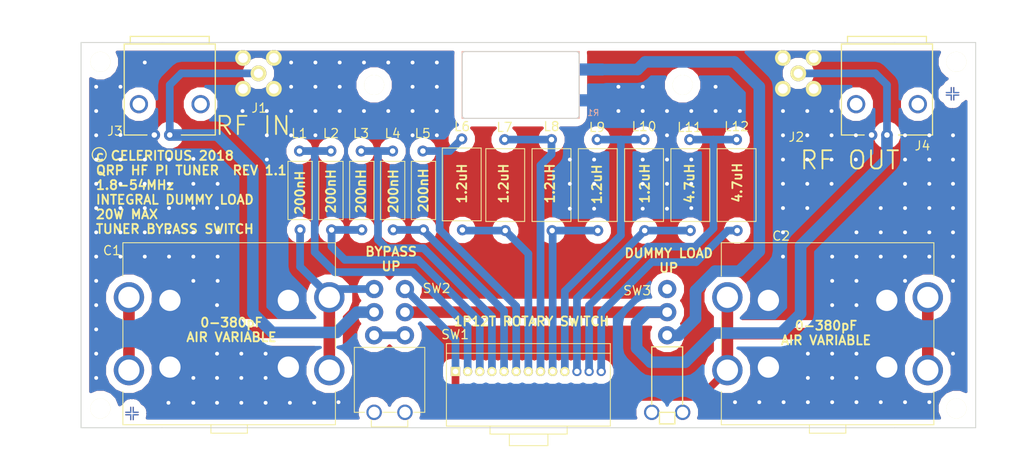
<source format=kicad_pcb>
(kicad_pcb (version 4) (host pcbnew 4.0.7)

  (general
    (links 58)
    (no_connects 0)
    (area 53.745001 48.1 225.452715 126.398001)
    (thickness 1.6)
    (drawings 44)
    (tracks 499)
    (zones 0)
    (modules 32)
    (nets 21)
  )

  (page USLetter)
  (layers
    (0 F.Cu signal)
    (31 B.Cu signal)
    (32 B.Adhes user)
    (33 F.Adhes user)
    (34 B.Paste user)
    (35 F.Paste user)
    (36 B.SilkS user)
    (37 F.SilkS user)
    (38 B.Mask user)
    (39 F.Mask user)
    (40 Dwgs.User user)
    (41 Cmts.User user)
    (42 Eco1.User user)
    (43 Eco2.User user)
    (44 Edge.Cuts user)
    (45 Margin user)
    (46 B.CrtYd user)
    (47 F.CrtYd user)
    (48 B.Fab user)
    (49 F.Fab user)
  )

  (setup
    (last_trace_width 0.635)
    (user_trace_width 0.3175)
    (user_trace_width 0.635)
    (user_trace_width 1.27)
    (user_trace_width 1.905)
    (user_trace_width 2.54)
    (trace_clearance 0.3175)
    (zone_clearance 1.27)
    (zone_45_only no)
    (trace_min 0.2)
    (segment_width 0.2)
    (edge_width 0.15)
    (via_size 1.27)
    (via_drill 0.635)
    (via_min_size 0.4)
    (via_min_drill 0.3)
    (uvia_size 0.3)
    (uvia_drill 0.1)
    (uvias_allowed no)
    (uvia_min_size 0.2)
    (uvia_min_drill 0.1)
    (pcb_text_width 0.3)
    (pcb_text_size 1.5 1.5)
    (mod_edge_width 0.15)
    (mod_text_size 1 1)
    (mod_text_width 0.15)
    (pad_size 1.524 1.524)
    (pad_drill 0.762)
    (pad_to_mask_clearance 0.2)
    (aux_axis_origin 67.31 118.11)
    (visible_elements 7FFFFF7F)
    (pcbplotparams
      (layerselection 0x010f0_80000001)
      (usegerberextensions true)
      (excludeedgelayer true)
      (linewidth 0.100000)
      (plotframeref false)
      (viasonmask false)
      (mode 1)
      (useauxorigin true)
      (hpglpennumber 1)
      (hpglpenspeed 20)
      (hpglpendiameter 15)
      (hpglpenoverlay 2)
      (psnegative false)
      (psa4output false)
      (plotreference true)
      (plotvalue false)
      (plotinvisibletext false)
      (padsonsilk false)
      (subtractmaskfromsilk false)
      (outputformat 1)
      (mirror false)
      (drillshape 0)
      (scaleselection 1)
      (outputdirectory Tuber_Rev1.1_CAM/))
  )

  (net 0 "")
  (net 1 "Net-(C2-Pad1)")
  (net 2 /COM)
  (net 3 GND)
  (net 4 /L1)
  (net 5 /L2)
  (net 6 /L3)
  (net 7 /L4)
  (net 8 /L5)
  (net 9 /L6)
  (net 10 /L7)
  (net 11 /L8)
  (net 12 /L9)
  (net 13 /L10)
  (net 14 /L11)
  (net 15 /L12)
  (net 16 "Net-(C1-Pad1)")
  (net 17 "Net-(J2-Pad1)")
  (net 18 /BYPASS)
  (net 19 "Net-(SW3-Pad3)")
  (net 20 "Net-(R1-Pad2)")

  (net_class Default "This is the default net class."
    (clearance 0.3175)
    (trace_width 0.635)
    (via_dia 1.27)
    (via_drill 0.635)
    (uvia_dia 0.3)
    (uvia_drill 0.1)
    (add_net /BYPASS)
    (add_net /COM)
    (add_net /L1)
    (add_net /L10)
    (add_net /L11)
    (add_net /L12)
    (add_net /L2)
    (add_net /L3)
    (add_net /L4)
    (add_net /L5)
    (add_net /L6)
    (add_net /L7)
    (add_net /L8)
    (add_net /L9)
    (add_net GND)
    (add_net "Net-(C1-Pad1)")
    (add_net "Net-(C2-Pad1)")
    (add_net "Net-(J2-Pad1)")
    (add_net "Net-(R1-Pad2)")
    (add_net "Net-(SW3-Pad3)")
  )

  (module Kicad:MODULE_12PST_SWITCH_RA (layer F.Cu) (tedit 5B9ADA42) (tstamp 5B97304F)
    (at 140.97 108.839)
    (path /5B96F00A)
    (fp_text reference SW1 (at -12.065 -6.096) (layer F.SilkS)
      (effects (font (size 1.5 1.5) (thickness 0.2)))
    )
    (fp_text value SW_ROTARY_SP12T_TH_RA (at -0.3 -3.7) (layer F.Fab) hide
      (effects (font (size 1 1) (thickness 0.15)))
    )
    (fp_line (start 13.5 0.2) (end 13.5 -4.6) (layer F.SilkS) (width 0.15))
    (fp_line (start 13.5 0.2) (end 13.5 9) (layer F.SilkS) (width 0.15))
    (fp_line (start 13.5 9) (end -13.5 9) (layer F.SilkS) (width 0.15))
    (fp_line (start -13.5 9) (end -13.5 0.3) (layer F.SilkS) (width 0.15))
    (fp_line (start -13.5 -3) (end 13.5 -3) (layer F.SilkS) (width 0.15))
    (fp_line (start -13.5 0.3) (end -13.5 -4.6) (layer F.SilkS) (width 0.15))
    (fp_line (start -13.5 -4.6) (end 13.5 -4.6) (layer F.SilkS) (width 0.15))
    (fp_line (start 3.215 10.32) (end 3.215 12.225) (layer F.SilkS) (width 0.15))
    (fp_line (start 3.215 12.225) (end -3.135 12.225) (layer F.SilkS) (width 0.15))
    (fp_line (start -3.135 12.225) (end -3.135 10.32) (layer F.SilkS) (width 0.15))
    (fp_line (start 6.39 9.05) (end 6.39 10.32) (layer F.SilkS) (width 0.15))
    (fp_line (start 6.39 10.32) (end -6.31 10.32) (layer F.SilkS) (width 0.15))
    (fp_line (start -6.31 10.32) (end -6.31 9.05) (layer F.SilkS) (width 0.15))
    (pad 1 thru_hole rect (at -12 0) (size 1.524 1.524) (drill 0.9144) (layers *.Cu *.Mask F.SilkS)
      (net 1 "Net-(C2-Pad1)"))
    (pad 2 thru_hole circle (at -10 0) (size 1.524 1.524) (drill 0.9144) (layers *.Cu *.Mask F.SilkS)
      (net 4 /L1))
    (pad 3 thru_hole circle (at -8 0) (size 1.524 1.524) (drill 0.9144) (layers *.Cu *.Mask F.SilkS)
      (net 5 /L2))
    (pad 4 thru_hole circle (at -6 0) (size 1.524 1.524) (drill 0.9144) (layers *.Cu *.Mask F.SilkS)
      (net 6 /L3))
    (pad 5 thru_hole circle (at -4 0) (size 1.524 1.524) (drill 0.9144) (layers *.Cu *.Mask F.SilkS)
      (net 7 /L4))
    (pad 6 thru_hole circle (at -2 0) (size 1.524 1.524) (drill 0.9144) (layers *.Cu *.Mask F.SilkS)
      (net 8 /L5))
    (pad 7 thru_hole circle (at 0 0) (size 1.524 1.524) (drill 0.9144) (layers *.Cu *.Mask F.SilkS)
      (net 9 /L6))
    (pad 8 thru_hole circle (at 2 0) (size 1.524 1.524) (drill 0.9144) (layers *.Cu *.Mask F.SilkS)
      (net 10 /L7))
    (pad 9 thru_hole circle (at 4 0) (size 1.524 1.524) (drill 0.9144) (layers *.Cu *.Mask F.SilkS)
      (net 11 /L8))
    (pad 10 thru_hole circle (at 6 0) (size 1.524 1.524) (drill 0.9144) (layers *.Cu *.Mask F.SilkS)
      (net 12 /L9))
    (pad 11 thru_hole circle (at 8 0) (size 1.524 1.524) (drill 0.9144) (layers *.Cu *.Mask)
      (net 13 /L10))
    (pad 12 thru_hole circle (at 10 0) (size 1.524 1.524) (drill 0.9144) (layers *.Cu *.Mask)
      (net 14 /L11))
    (pad 13 thru_hole circle (at 12 0) (size 1.524 1.524) (drill 0.9144) (layers *.Cu *.Mask)
      (net 15 /L12))
  )

  (module Kicad:CONNECTOR_RF_SMA_TH (layer F.Cu) (tedit 5B9ADBE1) (tstamp 5B973035)
    (at 96.52 59.69)
    (path /5B96F19F)
    (fp_text reference J1 (at 0.127 5.715) (layer F.SilkS)
      (effects (font (size 1.5 1.5) (thickness 0.2)))
    )
    (fp_text value RF_COAXIAL_PCB (at 5.715 -6.985) (layer F.Fab) hide
      (effects (font (size 1 1) (thickness 0.15)))
    )
    (pad 1 thru_hole circle (at 0 0) (size 2.6 2.6) (drill 1.5) (layers *.Cu *.Mask F.SilkS)
      (net 2 /COM))
    (pad 2 thru_hole circle (at 2.54 -2.54) (size 2.6 2.6) (drill 1.6) (layers *.Cu *.Mask F.SilkS)
      (net 3 GND))
    (pad 3 thru_hole circle (at -2.54 -2.54) (size 2.6 2.6) (drill 1.6) (layers *.Cu *.Mask F.SilkS)
      (net 3 GND))
    (pad 4 thru_hole circle (at -2.54 2.54) (size 2.6 2.6) (drill 1.6) (layers *.Cu *.Mask F.SilkS)
      (net 3 GND))
    (pad 5 thru_hole circle (at 2.54 2.54) (size 2.6 2.6) (drill 1.6) (layers *.Cu *.Mask F.SilkS)
      (net 3 GND))
  )

  (module Kicad:CONNECTOR_RF_SMA_TH (layer F.Cu) (tedit 5BCBA03E) (tstamp 5B97303E)
    (at 185.42 59.69)
    (path /5B96F0EE)
    (fp_text reference J2 (at -0.32 10.51) (layer F.SilkS)
      (effects (font (size 1.5 1.5) (thickness 0.2)))
    )
    (fp_text value RF_COAXIAL_PCB (at 5.715 -6.985) (layer F.Fab) hide
      (effects (font (size 1 1) (thickness 0.15)))
    )
    (pad 1 thru_hole circle (at 0 0) (size 2.6 2.6) (drill 1.5) (layers *.Cu *.Mask F.SilkS)
      (net 17 "Net-(J2-Pad1)"))
    (pad 2 thru_hole circle (at 2.54 -2.54) (size 2.6 2.6) (drill 1.6) (layers *.Cu *.Mask F.SilkS)
      (net 3 GND))
    (pad 3 thru_hole circle (at -2.54 -2.54) (size 2.6 2.6) (drill 1.6) (layers *.Cu *.Mask F.SilkS)
      (net 3 GND))
    (pad 4 thru_hole circle (at -2.54 2.54) (size 2.6 2.6) (drill 1.6) (layers *.Cu *.Mask F.SilkS)
      (net 3 GND))
    (pad 5 thru_hole circle (at 2.54 2.54) (size 2.6 2.6) (drill 1.6) (layers *.Cu *.Mask F.SilkS)
      (net 3 GND))
  )

  (module Kicad:CONN_BNC_RA (layer F.Cu) (tedit 5B9ADBCA) (tstamp 5B9730FE)
    (at 81.915 69.85 180)
    (path /5B96F2A5)
    (fp_text reference J3 (at 9.017 0.635 180) (layer F.SilkS)
      (effects (font (size 1.5 1.5) (thickness 0.2)))
    )
    (fp_text value RF_COAXIAL (at 0.5 8 180) (layer F.Fab) hide
      (effects (font (size 0.7 0.7) (thickness 0.1)))
    )
    (fp_line (start -6.5 15) (end -6.5 16.25) (layer F.SilkS) (width 0.2032))
    (fp_line (start -6.5 16.25) (end 6.5 16.25) (layer F.SilkS) (width 0.2032))
    (fp_line (start 6.5 16.25) (end 6.5 15) (layer F.SilkS) (width 0.2032))
    (fp_line (start -1.905 0) (end -7.5 0) (layer F.SilkS) (width 0.2032))
    (fp_line (start -7.5 0) (end -7.5 15) (layer F.SilkS) (width 0.2032))
    (fp_line (start -7.5 15) (end 7.5 15) (layer F.SilkS) (width 0.2032))
    (fp_line (start 7.5 15) (end 7.5 0) (layer F.SilkS) (width 0.2032))
    (fp_line (start 7.5 0) (end 3.75 0) (layer F.SilkS) (width 0.2032))
    (pad 1 thru_hole circle (at 0 0 180) (size 1.9 1.9) (drill 0.9) (layers *.Cu *.Mask)
      (net 2 /COM))
    (pad 2 thru_hole circle (at 2.54 0 180) (size 1.9 1.9) (drill 0.9) (layers *.Cu *.Mask)
      (net 3 GND))
    (pad 3 thru_hole circle (at -5.08 5.08 180) (size 3 3) (drill 2.1) (layers *.Cu *.Mask))
    (pad 4 thru_hole circle (at 5.08 5.08 180) (size 3 3) (drill 2.1) (layers *.Cu *.Mask))
  )

  (module Kicad:CONN_BNC_RA (layer F.Cu) (tedit 5B9ADA80) (tstamp 5B973106)
    (at 200.025 69.85 180)
    (path /5B96F2FC)
    (fp_text reference J4 (at -5.842 -1.778 180) (layer F.SilkS)
      (effects (font (size 1.5 1.5) (thickness 0.2)))
    )
    (fp_text value RF_COAXIAL (at 0.5 8 180) (layer F.Fab) hide
      (effects (font (size 0.7 0.7) (thickness 0.1)))
    )
    (fp_line (start -6.5 15) (end -6.5 16.25) (layer F.SilkS) (width 0.2032))
    (fp_line (start -6.5 16.25) (end 6.5 16.25) (layer F.SilkS) (width 0.2032))
    (fp_line (start 6.5 16.25) (end 6.5 15) (layer F.SilkS) (width 0.2032))
    (fp_line (start -1.905 0) (end -7.5 0) (layer F.SilkS) (width 0.2032))
    (fp_line (start -7.5 0) (end -7.5 15) (layer F.SilkS) (width 0.2032))
    (fp_line (start -7.5 15) (end 7.5 15) (layer F.SilkS) (width 0.2032))
    (fp_line (start 7.5 15) (end 7.5 0) (layer F.SilkS) (width 0.2032))
    (fp_line (start 7.5 0) (end 3.75 0) (layer F.SilkS) (width 0.2032))
    (pad 1 thru_hole circle (at 0 0 180) (size 1.9 1.9) (drill 0.9) (layers *.Cu *.Mask)
      (net 17 "Net-(J2-Pad1)"))
    (pad 2 thru_hole circle (at 2.54 0 180) (size 1.9 1.9) (drill 0.9) (layers *.Cu *.Mask)
      (net 3 GND))
    (pad 3 thru_hole circle (at -5.08 5.08 180) (size 3 3) (drill 2.1) (layers *.Cu *.Mask))
    (pad 4 thru_hole circle (at 5.08 5.08 180) (size 3 3) (drill 2.1) (layers *.Cu *.Mask))
  )

  (module Kicad:AXIAL_13mmLX4mmW (layer F.Cu) (tedit 5B9ADBBA) (tstamp 5B9A8E3D)
    (at 103.378 78.994 90)
    (path /5B96FA07)
    (fp_text reference L1 (at 9.398 -0.127 180) (layer F.SilkS)
      (effects (font (size 1.5 1.5) (thickness 0.2)))
    )
    (fp_text value 200nH (at 0.5 3.1 90) (layer F.Fab) hide
      (effects (font (size 1 1) (thickness 0.15)))
    )
    (fp_line (start -4.8 2) (end 4.8 2) (layer F.SilkS) (width 0.15))
    (fp_line (start 4.8 -2) (end -4.8 -2) (layer F.SilkS) (width 0.15))
    (fp_line (start 4.8 -2) (end 4.8 2) (layer F.SilkS) (width 0.15))
    (fp_line (start -4.8 2) (end -4.8 -2) (layer F.SilkS) (width 0.15))
    (pad 1 thru_hole circle (at -6.5 0 90) (size 1.8 1.8) (drill 0.9) (layers *.Cu *.Mask)
      (net 16 "Net-(C1-Pad1)"))
    (pad 2 thru_hole circle (at 6.5 -0.1 90) (size 1.8 1.8) (drill 0.9) (layers *.Cu *.Mask)
      (net 4 /L1))
  )

  (module Kicad:AXIAL_13mmLX4mmW (layer F.Cu) (tedit 5B9ADBAC) (tstamp 5B9A8E43)
    (at 108.458 78.994 270)
    (path /5B96F9A5)
    (fp_text reference L2 (at -9.398 0 360) (layer F.SilkS)
      (effects (font (size 1.5 1.5) (thickness 0.2)))
    )
    (fp_text value 200nH (at 0.5 3.1 270) (layer F.Fab) hide
      (effects (font (size 1 1) (thickness 0.15)))
    )
    (fp_line (start -4.8 2) (end 4.8 2) (layer F.SilkS) (width 0.15))
    (fp_line (start 4.8 -2) (end -4.8 -2) (layer F.SilkS) (width 0.15))
    (fp_line (start 4.8 -2) (end 4.8 2) (layer F.SilkS) (width 0.15))
    (fp_line (start -4.8 2) (end -4.8 -2) (layer F.SilkS) (width 0.15))
    (pad 1 thru_hole circle (at -6.5 0 270) (size 1.8 1.8) (drill 0.9) (layers *.Cu *.Mask)
      (net 4 /L1))
    (pad 2 thru_hole circle (at 6.5 -0.1 270) (size 1.8 1.8) (drill 0.9) (layers *.Cu *.Mask)
      (net 5 /L2))
  )

  (module Kicad:AXIAL_13mmLX4mmW (layer F.Cu) (tedit 5B9ADB9C) (tstamp 5B9A8E49)
    (at 113.538 78.994 90)
    (path /5B96F630)
    (fp_text reference L3 (at 9.398 -0.127 180) (layer F.SilkS)
      (effects (font (size 1.5 1.5) (thickness 0.2)))
    )
    (fp_text value 200nH (at 0.5 3.1 90) (layer F.Fab) hide
      (effects (font (size 1 1) (thickness 0.15)))
    )
    (fp_line (start -4.8 2) (end 4.8 2) (layer F.SilkS) (width 0.15))
    (fp_line (start 4.8 -2) (end -4.8 -2) (layer F.SilkS) (width 0.15))
    (fp_line (start 4.8 -2) (end 4.8 2) (layer F.SilkS) (width 0.15))
    (fp_line (start -4.8 2) (end -4.8 -2) (layer F.SilkS) (width 0.15))
    (pad 1 thru_hole circle (at -6.5 0 90) (size 1.8 1.8) (drill 0.9) (layers *.Cu *.Mask)
      (net 5 /L2))
    (pad 2 thru_hole circle (at 6.5 -0.1 90) (size 1.8 1.8) (drill 0.9) (layers *.Cu *.Mask)
      (net 6 /L3))
  )

  (module Kicad:AXIAL_13mmLX4mmW (layer F.Cu) (tedit 5B9ADB90) (tstamp 5B9A8E4F)
    (at 118.618 78.994 270)
    (path /5B96F6FD)
    (fp_text reference L4 (at -9.398 0 360) (layer F.SilkS)
      (effects (font (size 1.5 1.5) (thickness 0.2)))
    )
    (fp_text value 200nH (at 0.5 3.1 270) (layer F.Fab) hide
      (effects (font (size 1 1) (thickness 0.15)))
    )
    (fp_line (start -4.8 2) (end 4.8 2) (layer F.SilkS) (width 0.15))
    (fp_line (start 4.8 -2) (end -4.8 -2) (layer F.SilkS) (width 0.15))
    (fp_line (start 4.8 -2) (end 4.8 2) (layer F.SilkS) (width 0.15))
    (fp_line (start -4.8 2) (end -4.8 -2) (layer F.SilkS) (width 0.15))
    (pad 1 thru_hole circle (at -6.5 0 270) (size 1.8 1.8) (drill 0.9) (layers *.Cu *.Mask)
      (net 6 /L3))
    (pad 2 thru_hole circle (at 6.5 -0.1 270) (size 1.8 1.8) (drill 0.9) (layers *.Cu *.Mask)
      (net 7 /L4))
  )

  (module Kicad:AXIAL_13mmLX4mmW (layer F.Cu) (tedit 5B9ADB6B) (tstamp 5B9A8E55)
    (at 123.698 78.994 90)
    (path /5B96F760)
    (fp_text reference L5 (at 9.398 -0.127 180) (layer F.SilkS)
      (effects (font (size 1.5 1.5) (thickness 0.2)))
    )
    (fp_text value 200nH (at 0.5 3.1 90) (layer F.Fab) hide
      (effects (font (size 1 1) (thickness 0.15)))
    )
    (fp_line (start -4.8 2) (end 4.8 2) (layer F.SilkS) (width 0.15))
    (fp_line (start 4.8 -2) (end -4.8 -2) (layer F.SilkS) (width 0.15))
    (fp_line (start 4.8 -2) (end 4.8 2) (layer F.SilkS) (width 0.15))
    (fp_line (start -4.8 2) (end -4.8 -2) (layer F.SilkS) (width 0.15))
    (pad 1 thru_hole circle (at -6.5 0 90) (size 1.8 1.8) (drill 0.9) (layers *.Cu *.Mask)
      (net 7 /L4))
    (pad 2 thru_hole circle (at 6.5 -0.1 90) (size 1.8 1.8) (drill 0.9) (layers *.Cu *.Mask)
      (net 8 /L5))
  )

  (module Kicad:AXIAL_15mmLX6.5mmW (layer F.Cu) (tedit 5B9ADB55) (tstamp 5B9A8E5B)
    (at 130 78 270)
    (path /5B96F7BC)
    (fp_text reference L6 (at -9.547 -0.048 360) (layer F.SilkS)
      (effects (font (size 1.5 1.5) (thickness 0.2)))
    )
    (fp_text value 1.2uH (at 0.5 4.2 270) (layer F.Fab) hide
      (effects (font (size 1 1) (thickness 0.15)))
    )
    (fp_line (start -6 -3.2) (end 6 -3.2) (layer F.SilkS) (width 0.15))
    (fp_line (start 6 -3.2) (end 6 3.2) (layer F.SilkS) (width 0.15))
    (fp_line (start 6 3.2) (end -6 3.2) (layer F.SilkS) (width 0.15))
    (fp_line (start -6 3.2) (end -6 -3.2) (layer F.SilkS) (width 0.15))
    (pad 1 thru_hole circle (at -7.5 0 270) (size 1.8 1.8) (drill 0.9) (layers *.Cu *.Mask)
      (net 8 /L5))
    (pad 2 thru_hole circle (at 7.5 -0.1 270) (size 1.8 1.8) (drill 0.9) (layers *.Cu *.Mask)
      (net 9 /L6))
  )

  (module Kicad:AXIAL_15mmLX6.5mmW (layer F.Cu) (tedit 5B9ADB3D) (tstamp 5B9A8E61)
    (at 137.16 78.105 90)
    (path /5B96F81B)
    (fp_text reference L7 (at 9.525 -0.127 180) (layer F.SilkS)
      (effects (font (size 1.5 1.5) (thickness 0.2)))
    )
    (fp_text value 1.2uH (at 0.5 4.2 90) (layer F.Fab) hide
      (effects (font (size 1 1) (thickness 0.15)))
    )
    (fp_line (start -6 -3.2) (end 6 -3.2) (layer F.SilkS) (width 0.15))
    (fp_line (start 6 -3.2) (end 6 3.2) (layer F.SilkS) (width 0.15))
    (fp_line (start 6 3.2) (end -6 3.2) (layer F.SilkS) (width 0.15))
    (fp_line (start -6 3.2) (end -6 -3.2) (layer F.SilkS) (width 0.15))
    (pad 1 thru_hole circle (at -7.5 0 90) (size 1.8 1.8) (drill 0.9) (layers *.Cu *.Mask)
      (net 9 /L6))
    (pad 2 thru_hole circle (at 7.5 -0.1 90) (size 1.8 1.8) (drill 0.9) (layers *.Cu *.Mask)
      (net 10 /L7))
  )

  (module Kicad:AXIAL_15mmLX6.5mmW (layer F.Cu) (tedit 5B9ADB18) (tstamp 5B9A8E67)
    (at 144.78 78.105 270)
    (path /5B96F87D)
    (fp_text reference L8 (at -9.652 0 360) (layer F.SilkS)
      (effects (font (size 1.5 1.5) (thickness 0.2)))
    )
    (fp_text value 1.2uH (at 0.5 4.2 270) (layer F.Fab) hide
      (effects (font (size 1 1) (thickness 0.15)))
    )
    (fp_line (start -6 -3.2) (end 6 -3.2) (layer F.SilkS) (width 0.15))
    (fp_line (start 6 -3.2) (end 6 3.2) (layer F.SilkS) (width 0.15))
    (fp_line (start 6 3.2) (end -6 3.2) (layer F.SilkS) (width 0.15))
    (fp_line (start -6 3.2) (end -6 -3.2) (layer F.SilkS) (width 0.15))
    (pad 1 thru_hole circle (at -7.5 0 270) (size 1.8 1.8) (drill 0.9) (layers *.Cu *.Mask)
      (net 10 /L7))
    (pad 2 thru_hole circle (at 7.5 -0.1 270) (size 1.8 1.8) (drill 0.9) (layers *.Cu *.Mask)
      (net 11 /L8))
  )

  (module Kicad:AXIAL_15mmLX6.5mmW (layer F.Cu) (tedit 5B9ADAFA) (tstamp 5B9A8E6D)
    (at 152.4 78.105 90)
    (path /5B96F8DC)
    (fp_text reference L9 (at 9.525 -0.127 180) (layer F.SilkS)
      (effects (font (size 1.5 1.5) (thickness 0.2)))
    )
    (fp_text value 1.2uH (at 0.5 4.2 90) (layer F.Fab) hide
      (effects (font (size 1 1) (thickness 0.15)))
    )
    (fp_line (start -6 -3.2) (end 6 -3.2) (layer F.SilkS) (width 0.15))
    (fp_line (start 6 -3.2) (end 6 3.2) (layer F.SilkS) (width 0.15))
    (fp_line (start 6 3.2) (end -6 3.2) (layer F.SilkS) (width 0.15))
    (fp_line (start -6 3.2) (end -6 -3.2) (layer F.SilkS) (width 0.15))
    (pad 1 thru_hole circle (at -7.5 0 90) (size 1.8 1.8) (drill 0.9) (layers *.Cu *.Mask)
      (net 11 /L8))
    (pad 2 thru_hole circle (at 7.5 -0.1 90) (size 1.8 1.8) (drill 0.9) (layers *.Cu *.Mask)
      (net 12 /L9))
  )

  (module Kicad:AXIAL_15mmLX6.5mmW (layer F.Cu) (tedit 5B9ADADE) (tstamp 5B9A8E73)
    (at 160.02 78.105 270)
    (path /5B96F940)
    (fp_text reference L10 (at -9.652 0 360) (layer F.SilkS)
      (effects (font (size 1.5 1.5) (thickness 0.2)))
    )
    (fp_text value 1.2uH (at 0.5 4.2 270) (layer F.Fab) hide
      (effects (font (size 1 1) (thickness 0.15)))
    )
    (fp_line (start -6 -3.2) (end 6 -3.2) (layer F.SilkS) (width 0.15))
    (fp_line (start 6 -3.2) (end 6 3.2) (layer F.SilkS) (width 0.15))
    (fp_line (start 6 3.2) (end -6 3.2) (layer F.SilkS) (width 0.15))
    (fp_line (start -6 3.2) (end -6 -3.2) (layer F.SilkS) (width 0.15))
    (pad 1 thru_hole circle (at -7.5 0 270) (size 1.8 1.8) (drill 0.9) (layers *.Cu *.Mask)
      (net 12 /L9))
    (pad 2 thru_hole circle (at 7.5 -0.1 270) (size 1.8 1.8) (drill 0.9) (layers *.Cu *.Mask)
      (net 13 /L10))
  )

  (module Kicad:AXIAL_15mmLX6.5mmW (layer F.Cu) (tedit 5B9ADAC2) (tstamp 5B9A8E79)
    (at 167.64 78.105 90)
    (path /5B96FABC)
    (fp_text reference L11 (at 9.525 -0.127 180) (layer F.SilkS)
      (effects (font (size 1.5 1.5) (thickness 0.2)))
    )
    (fp_text value 4.7uH (at 0.5 4.2 90) (layer F.Fab) hide
      (effects (font (size 1 1) (thickness 0.15)))
    )
    (fp_line (start -6 -3.2) (end 6 -3.2) (layer F.SilkS) (width 0.15))
    (fp_line (start 6 -3.2) (end 6 3.2) (layer F.SilkS) (width 0.15))
    (fp_line (start 6 3.2) (end -6 3.2) (layer F.SilkS) (width 0.15))
    (fp_line (start -6 3.2) (end -6 -3.2) (layer F.SilkS) (width 0.15))
    (pad 1 thru_hole circle (at -7.5 0 90) (size 1.8 1.8) (drill 0.9) (layers *.Cu *.Mask)
      (net 13 /L10))
    (pad 2 thru_hole circle (at 7.5 -0.1 90) (size 1.8 1.8) (drill 0.9) (layers *.Cu *.Mask)
      (net 14 /L11))
  )

  (module Kicad:AXIAL_15mmLX6.5mmW (layer F.Cu) (tedit 5B9ADAC6) (tstamp 5B9A8E7F)
    (at 175.26 78.105 270)
    (path /5B96FB7C)
    (fp_text reference L12 (at -9.652 0 360) (layer F.SilkS)
      (effects (font (size 1.5 1.5) (thickness 0.2)))
    )
    (fp_text value 4.7uH (at 0.5 4.2 270) (layer F.Fab) hide
      (effects (font (size 1 1) (thickness 0.15)))
    )
    (fp_line (start -6 -3.2) (end 6 -3.2) (layer F.SilkS) (width 0.15))
    (fp_line (start 6 -3.2) (end 6 3.2) (layer F.SilkS) (width 0.15))
    (fp_line (start 6 3.2) (end -6 3.2) (layer F.SilkS) (width 0.15))
    (fp_line (start -6 3.2) (end -6 -3.2) (layer F.SilkS) (width 0.15))
    (pad 1 thru_hole circle (at -7.5 0 270) (size 1.8 1.8) (drill 0.9) (layers *.Cu *.Mask)
      (net 14 /L11))
    (pad 2 thru_hole circle (at 7.5 -0.1 270) (size 1.8 1.8) (drill 0.9) (layers *.Cu *.Mask)
      (net 15 /L12))
  )

  (module Kicad:Mounting_Hole_130mil (layer F.Cu) (tedit 58068542) (tstamp 5B9A8F42)
    (at 70.485 57.785)
    (fp_text reference "" (at 1.5 -2.5) (layer F.SilkS) hide
      (effects (font (size 1 1) (thickness 0.15)))
    )
    (fp_text value "" (at 8 -4) (layer F.Fab) hide
      (effects (font (size 1 1) (thickness 0.15)))
    )
    (pad "" np_thru_hole circle (at 0 0) (size 3.302 3.302) (drill 3.302) (layers *.Cu *.Mask F.SilkS))
  )

  (module Kicad:Mounting_Hole_130mil (layer F.Cu) (tedit 58068542) (tstamp 5B9A8F44)
    (at 211.455 57.785)
    (fp_text reference "" (at 1.5 -2.5) (layer F.SilkS) hide
      (effects (font (size 1 1) (thickness 0.15)))
    )
    (fp_text value "" (at 8 -4) (layer F.Fab) hide
      (effects (font (size 1 1) (thickness 0.15)))
    )
    (pad "" np_thru_hole circle (at 0 0) (size 3.302 3.302) (drill 3.302) (layers *.Cu *.Mask F.SilkS))
  )

  (module Kicad:Mounting_Hole_130mil (layer F.Cu) (tedit 58068542) (tstamp 5B9A8F45)
    (at 211.455 114.935)
    (fp_text reference "" (at 1.5 -2.5) (layer F.SilkS) hide
      (effects (font (size 1 1) (thickness 0.15)))
    )
    (fp_text value "" (at 8 -4) (layer F.Fab) hide
      (effects (font (size 1 1) (thickness 0.15)))
    )
    (pad "" np_thru_hole circle (at 0 0) (size 3.302 3.302) (drill 3.302) (layers *.Cu *.Mask F.SilkS))
  )

  (module Kicad:Mounting_Hole_130mil (layer F.Cu) (tedit 58068542) (tstamp 5B9A8F46)
    (at 70.485 114.935)
    (fp_text reference "" (at 1.5 -2.5) (layer F.SilkS) hide
      (effects (font (size 1 1) (thickness 0.15)))
    )
    (fp_text value "" (at 8 -4) (layer F.Fab) hide
      (effects (font (size 1 1) (thickness 0.15)))
    )
    (pad "" np_thru_hole circle (at 0 0) (size 3.302 3.302) (drill 3.302) (layers *.Cu *.Mask F.SilkS))
  )

  (module Kicad:FIDUCIAL_TOP (layer F.Cu) (tedit 5B9AEE9D) (tstamp 5B9B6E79)
    (at 210.82 63.0555)
    (fp_text reference REF1 (at 0.7112 -2.0828) (layer F.SilkS) hide
      (effects (font (size 0.7 0.7) (thickness 0.1)))
    )
    (fp_text value FIDUCIAL_TOP (at 0.8636 2.1336) (layer F.Fab) hide
      (effects (font (size 1 1) (thickness 0.15)))
    )
    (fp_line (start -0.2032 0.2032) (end -1.016 0.2032) (layer F.Cu) (width 0.2032))
    (fp_line (start -0.2032 0.2032) (end -0.2032 1.016) (layer F.Cu) (width 0.2032))
    (fp_line (start 0.2032 -0.2032) (end 0.2032 -1.016) (layer F.Cu) (width 0.2032))
    (fp_line (start 0.2032 -0.2032) (end 1.016 -0.2032) (layer F.Cu) (width 0.2032))
    (fp_line (start 0.2032 0.2032) (end 0.2032 1.016) (layer F.Cu) (width 0.2032))
    (fp_line (start 0.2032 0.2032) (end 1.016 0.2032) (layer F.Cu) (width 0.2032))
    (fp_line (start -0.2032 -0.2032) (end -1.016 -0.2032) (layer F.Cu) (width 0.2032))
    (fp_line (start -0.2032 -0.2032) (end -0.2032 -1.016) (layer F.Cu) (width 0.2032))
    (pad 1 smd circle (at 0 0) (size 2.54 2.54) (layers F.Mask))
  )

  (module Kicad:FIDUCIAL_TOP (layer F.Cu) (tedit 5B9AEEA5) (tstamp 5B9B6E92)
    (at 75.692 115.7605)
    (fp_text reference REF2 (at 0.7112 -2.0828) (layer F.SilkS) hide
      (effects (font (size 0.7 0.7) (thickness 0.1)))
    )
    (fp_text value FIDUCIAL_TOP (at 0.8636 2.1336) (layer F.Fab) hide
      (effects (font (size 1 1) (thickness 0.15)))
    )
    (fp_line (start -0.2032 0.2032) (end -1.016 0.2032) (layer F.Cu) (width 0.2032))
    (fp_line (start -0.2032 0.2032) (end -0.2032 1.016) (layer F.Cu) (width 0.2032))
    (fp_line (start 0.2032 -0.2032) (end 0.2032 -1.016) (layer F.Cu) (width 0.2032))
    (fp_line (start 0.2032 -0.2032) (end 1.016 -0.2032) (layer F.Cu) (width 0.2032))
    (fp_line (start 0.2032 0.2032) (end 0.2032 1.016) (layer F.Cu) (width 0.2032))
    (fp_line (start 0.2032 0.2032) (end 1.016 0.2032) (layer F.Cu) (width 0.2032))
    (fp_line (start -0.2032 -0.2032) (end -1.016 -0.2032) (layer F.Cu) (width 0.2032))
    (fp_line (start -0.2032 -0.2032) (end -0.2032 -1.016) (layer F.Cu) (width 0.2032))
    (pad 1 smd circle (at 0 0) (size 2.54 2.54) (layers F.Mask))
  )

  (module Kicad:FIDUCIAL_BOTTOM (layer F.Cu) (tedit 5B9AEEAB) (tstamp 5B9B6EAB)
    (at 210.82 63.0555)
    (fp_text reference REF3 (at 0.7112 -2.0828) (layer F.SilkS) hide
      (effects (font (size 0.7 0.7) (thickness 0.1)))
    )
    (fp_text value FIDUCIAL_BOTTOM (at 0.8636 2.1336) (layer F.Fab) hide
      (effects (font (size 1 1) (thickness 0.15)))
    )
    (fp_line (start -0.2032 0.2032) (end -1.016 0.2032) (layer B.Cu) (width 0.2032))
    (fp_line (start -0.2032 0.2032) (end -0.2032 1.016) (layer B.Cu) (width 0.2032))
    (fp_line (start 0.2032 -0.2032) (end 0.2032 -1.016) (layer B.Cu) (width 0.2032))
    (fp_line (start 0.2032 -0.2032) (end 1.016 -0.2032) (layer B.Cu) (width 0.2032))
    (fp_line (start 0.2032 0.2032) (end 0.2032 1.016) (layer B.Cu) (width 0.2032))
    (fp_line (start 0.2032 0.2032) (end 1.016 0.2032) (layer B.Cu) (width 0.2032))
    (fp_line (start -0.2032 -0.2032) (end -1.016 -0.2032) (layer B.Cu) (width 0.2032))
    (fp_line (start -0.2032 -0.2032) (end -0.2032 -1.016) (layer B.Cu) (width 0.2032))
    (pad 1 smd circle (at 0 0) (size 2.54 2.54) (layers B.Mask))
  )

  (module Kicad:FIDUCIAL_BOTTOM (layer F.Cu) (tedit 5B9AEEB1) (tstamp 5B9B6EC4)
    (at 75.692 115.7605)
    (fp_text reference REF4 (at 0.7112 -2.0828) (layer F.SilkS) hide
      (effects (font (size 0.7 0.7) (thickness 0.1)))
    )
    (fp_text value FIDUCIAL_BOTTOM (at 0.8636 2.1336) (layer F.Fab) hide
      (effects (font (size 1 1) (thickness 0.15)))
    )
    (fp_line (start -0.2032 0.2032) (end -1.016 0.2032) (layer B.Cu) (width 0.2032))
    (fp_line (start -0.2032 0.2032) (end -0.2032 1.016) (layer B.Cu) (width 0.2032))
    (fp_line (start 0.2032 -0.2032) (end 0.2032 -1.016) (layer B.Cu) (width 0.2032))
    (fp_line (start 0.2032 -0.2032) (end 1.016 -0.2032) (layer B.Cu) (width 0.2032))
    (fp_line (start 0.2032 0.2032) (end 0.2032 1.016) (layer B.Cu) (width 0.2032))
    (fp_line (start 0.2032 0.2032) (end 1.016 0.2032) (layer B.Cu) (width 0.2032))
    (fp_line (start -0.2032 -0.2032) (end -1.016 -0.2032) (layer B.Cu) (width 0.2032))
    (fp_line (start -0.2032 -0.2032) (end -0.2032 -1.016) (layer B.Cu) (width 0.2032))
    (pad 1 smd circle (at 0 0) (size 2.54 2.54) (layers B.Mask))
  )

  (module Kicad:CAP_AIR_VARIABLE_360PF (layer F.Cu) (tedit 5B9C3339) (tstamp 5B973020)
    (at 91.694 102.616)
    (path /5B96F047)
    (fp_text reference C1 (at -19.304 -13.716) (layer F.SilkS)
      (effects (font (size 1.5 1.5) (thickness 0.2)))
    )
    (fp_text value AIR_VARIABLE_380pF (at 0.5 -14) (layer F.Fab) hide
      (effects (font (size 1 1) (thickness 0.15)))
    )
    (fp_line (start -3 15) (end -3 16.4) (layer F.SilkS) (width 0.15))
    (fp_line (start -3 16.4) (end 3 16.4) (layer F.SilkS) (width 0.15))
    (fp_line (start 3 16.4) (end 3 15) (layer F.SilkS) (width 0.15))
    (fp_line (start -17.5 9.5) (end -17.5 15) (layer F.SilkS) (width 0.15))
    (fp_line (start -17.5 15) (end 17.5 15) (layer F.SilkS) (width 0.15))
    (fp_line (start 17.5 15) (end 17.5 9.5) (layer F.SilkS) (width 0.15))
    (fp_line (start -17.5 -2.5) (end -17.5 2.5) (layer F.SilkS) (width 0.15))
    (fp_line (start 17.5 -2.5) (end 17.5 2.5) (layer F.SilkS) (width 0.15))
    (fp_line (start -17.5 -9.5) (end -17.5 -15) (layer F.SilkS) (width 0.15))
    (fp_line (start -17.5 -15) (end 17.5 -15) (layer F.SilkS) (width 0.15))
    (fp_line (start 17.5 -15) (end 17.5 -9.5) (layer F.SilkS) (width 0.15))
    (pad 1 thru_hole circle (at -16.5 -6) (size 5 5) (drill 3.5) (layers *.Cu *.Mask)
      (net 16 "Net-(C1-Pad1)"))
    (pad 2 thru_hole circle (at 16.5 -6) (size 5 5) (drill 3.5) (layers *.Cu *.Mask)
      (net 16 "Net-(C1-Pad1)"))
    (pad 3 thru_hole circle (at -16.5 6) (size 5 5) (drill 3.5) (layers *.Cu *.Mask)
      (net 16 "Net-(C1-Pad1)"))
    (pad 4 thru_hole circle (at 16.5 6) (size 5 5) (drill 3.5) (layers *.Cu *.Mask)
      (net 16 "Net-(C1-Pad1)"))
    (pad 6 thru_hole circle (at 9.75 -5.5) (size 6 6) (drill 3.5) (layers *.Cu *.Mask)
      (net 3 GND))
    (pad 8 thru_hole circle (at 9.75 5.5) (size 6 6) (drill 3.5) (layers *.Cu *.Mask)
      (net 3 GND))
    (pad 5 thru_hole circle (at -9.75 -5.5) (size 6 6) (drill 3.5) (layers *.Cu *.Mask)
      (net 3 GND))
    (pad 7 thru_hole circle (at -9.75 5.5) (size 6 6) (drill 3.5) (layers *.Cu *.Mask)
      (net 3 GND))
  )

  (module Kicad:SW_DPDT_TOGGLE_RA (layer F.Cu) (tedit 5B9C3389) (tstamp 5B9B2B82)
    (at 118.11 102.87 90)
    (path /5B9AD573)
    (fp_text reference SW2 (at 7.747 7.747 180) (layer F.SilkS)
      (effects (font (size 1.5 1.5) (thickness 0.2)))
    )
    (fp_text value SW_DPDT (at -8.255 0 90) (layer F.Fab) hide
      (effects (font (size 0.7 0.7) (thickness 0.1)))
    )
    (fp_line (start -15.1 -3) (end -14 -3) (layer F.SilkS) (width 0.15))
    (fp_line (start -15.1 3) (end -14 3) (layer F.SilkS) (width 0.15))
    (fp_line (start -15.1 -3) (end -15.1 3) (layer F.SilkS) (width 0.15))
    (fp_line (start -12.7 1.1) (end -12.7 -1.1) (layer F.SilkS) (width 0.15))
    (fp_line (start -12.7 -4.1) (end -12.7 -5.8) (layer F.SilkS) (width 0.15))
    (fp_line (start -12.7 -5.8) (end -2 -5.8) (layer F.SilkS) (width 0.15))
    (fp_line (start -2 -5.8) (end -2 5.8) (layer F.SilkS) (width 0.15))
    (fp_line (start -2 5.8) (end -12.7 5.8) (layer F.SilkS) (width 0.15))
    (fp_line (start -12.7 5.8) (end -12.7 4) (layer F.SilkS) (width 0.15))
    (pad 1 thru_hole circle (at 0 -2.54 90) (size 3 3) (drill 1.6) (layers *.Cu *.Mask)
      (net 18 /BYPASS))
    (pad 2 thru_hole circle (at 3.81 -2.54 90) (size 3 3) (drill 1.6) (layers *.Cu *.Mask)
      (net 2 /COM))
    (pad 3 thru_hole circle (at 7.62 -2.54 90) (size 3 3) (drill 1.6) (layers *.Cu *.Mask)
      (net 16 "Net-(C1-Pad1)"))
    (pad 7 thru_hole circle (at -12.7 -2.54 90) (size 2.54 2.54) (drill 1.8542) (layers *.Cu *.Mask))
    (pad 8 thru_hole circle (at -12.7 2.54 90) (size 2.54 2.54) (drill 1.8542) (layers *.Cu *.Mask))
    (pad 4 thru_hole circle (at 0 2.54 90) (size 3 3) (drill 1.6) (layers *.Cu *.Mask)
      (net 18 /BYPASS))
    (pad 5 thru_hole circle (at 3.81 2.54 90) (size 3 3) (drill 1.6) (layers *.Cu *.Mask)
      (net 17 "Net-(J2-Pad1)"))
    (pad 6 thru_hole circle (at 7.62 2.54 90) (size 3 3) (drill 1.6) (layers *.Cu *.Mask)
      (net 1 "Net-(C2-Pad1)"))
  )

  (module Kicad:SW_SPDT_TOGGLE_RA (layer F.Cu) (tedit 5B9C33E9) (tstamp 5B9B2B92)
    (at 163.83 102.87 90)
    (path /5B9AC5EB)
    (fp_text reference SW3 (at 7.366 -4.953 180) (layer F.SilkS)
      (effects (font (size 1.5 1.5) (thickness 0.2)))
    )
    (fp_text value SW_SPST (at -8.255 0 90) (layer F.Fab) hide
      (effects (font (size 0.7 0.7) (thickness 0.1)))
    )
    (fp_line (start -11.43 -2.54) (end -1.905 -2.54) (layer F.SilkS) (width 0.2032))
    (fp_line (start -1.905 -2.54) (end -1.905 2.54) (layer F.SilkS) (width 0.2032))
    (fp_line (start -1.905 2.54) (end -11.43 2.54) (layer F.SilkS) (width 0.2032))
    (fp_line (start -12.7 -1.27) (end -14.605 -1.27) (layer F.SilkS) (width 0.2032))
    (fp_line (start -14.605 -1.27) (end -14.605 1.27) (layer F.SilkS) (width 0.2032))
    (fp_line (start -14.605 1.27) (end -12.7 1.27) (layer F.SilkS) (width 0.2032))
    (fp_line (start -12.7 -1.27) (end -12.7 1.27) (layer F.SilkS) (width 0.2032))
    (pad 1 thru_hole circle (at 0 0 90) (size 3 3) (drill 1.6) (layers *.Cu *.Mask)
      (net 20 "Net-(R1-Pad2)"))
    (pad 2 thru_hole circle (at 3.81 0 90) (size 3 3) (drill 1.6) (layers *.Cu *.Mask)
      (net 17 "Net-(J2-Pad1)"))
    (pad 3 thru_hole circle (at 7.62 0 90) (size 3 3) (drill 1.6) (layers *.Cu *.Mask)
      (net 19 "Net-(SW3-Pad3)"))
    (pad 4 thru_hole circle (at -12.7 -2.54 90) (size 2.54 2.54) (drill 1.8542) (layers *.Cu *.Mask))
    (pad 5 thru_hole circle (at -12.7 2.54 90) (size 2.54 2.54) (drill 1.8542) (layers *.Cu *.Mask))
  )

  (module Kicad:CAP_AIR_VARIABLE_360PF (layer F.Cu) (tedit 5BCBA032) (tstamp 5B97302C)
    (at 190.246 102.616)
    (path /5B96F0A8)
    (fp_text reference C2 (at -7.646 -16.116) (layer F.SilkS)
      (effects (font (size 1.5 1.5) (thickness 0.2)))
    )
    (fp_text value AIR_VARIABLE_380pF (at 0.5 -14) (layer F.Fab) hide
      (effects (font (size 1 1) (thickness 0.15)))
    )
    (fp_line (start -3 15) (end -3 16.4) (layer F.SilkS) (width 0.15))
    (fp_line (start -3 16.4) (end 3 16.4) (layer F.SilkS) (width 0.15))
    (fp_line (start 3 16.4) (end 3 15) (layer F.SilkS) (width 0.15))
    (fp_line (start -17.5 9.5) (end -17.5 15) (layer F.SilkS) (width 0.15))
    (fp_line (start -17.5 15) (end 17.5 15) (layer F.SilkS) (width 0.15))
    (fp_line (start 17.5 15) (end 17.5 9.5) (layer F.SilkS) (width 0.15))
    (fp_line (start -17.5 -2.5) (end -17.5 2.5) (layer F.SilkS) (width 0.15))
    (fp_line (start 17.5 -2.5) (end 17.5 2.5) (layer F.SilkS) (width 0.15))
    (fp_line (start -17.5 -9.5) (end -17.5 -15) (layer F.SilkS) (width 0.15))
    (fp_line (start -17.5 -15) (end 17.5 -15) (layer F.SilkS) (width 0.15))
    (fp_line (start 17.5 -15) (end 17.5 -9.5) (layer F.SilkS) (width 0.15))
    (pad 1 thru_hole circle (at -16.5 -6) (size 5 5) (drill 3.5) (layers *.Cu *.Mask)
      (net 1 "Net-(C2-Pad1)"))
    (pad 2 thru_hole circle (at 16.5 -6) (size 5 5) (drill 3.5) (layers *.Cu *.Mask)
      (net 1 "Net-(C2-Pad1)"))
    (pad 3 thru_hole circle (at -16.5 6) (size 5 5) (drill 3.5) (layers *.Cu *.Mask)
      (net 1 "Net-(C2-Pad1)"))
    (pad 4 thru_hole circle (at 16.5 6) (size 5 5) (drill 3.5) (layers *.Cu *.Mask)
      (net 1 "Net-(C2-Pad1)"))
    (pad 6 thru_hole circle (at 9.75 -5.5) (size 6 6) (drill 3.5) (layers *.Cu *.Mask)
      (net 3 GND))
    (pad 8 thru_hole circle (at 9.75 5.5) (size 6 6) (drill 3.5) (layers *.Cu *.Mask)
      (net 3 GND))
    (pad 5 thru_hole circle (at -9.75 -5.5) (size 6 6) (drill 3.5) (layers *.Cu *.Mask)
      (net 3 GND))
    (pad 7 thru_hole circle (at -9.75 5.5) (size 6 6) (drill 3.5) (layers *.Cu *.Mask)
      (net 3 GND))
  )

  (module Kicad:RES_PWR221T-30 (layer B.Cu) (tedit 5BCB9CB0) (tstamp 5B9B2B36)
    (at 133.35 61.595)
    (path /5B9AF359)
    (fp_text reference R1 (at 18.3 4.6) (layer B.SilkS)
      (effects (font (size 1 1) (thickness 0.15)) (justify mirror))
    )
    (fp_text value 50.0Ω (at 4.1 6.5) (layer B.Fab) hide
      (effects (font (size 1 1) (thickness 0.15)) (justify mirror))
    )
    (fp_line (start 7 0) (end 8.2 0) (layer B.Fab) (width 0.15))
    (fp_line (start 7.6 0.6) (end 7.6 -0.6) (layer B.Fab) (width 0.15))
    (fp_line (start 3 0) (end 3 4.2) (layer B.Fab) (width 0.15))
    (fp_line (start 3 4.2) (end 12.2 4.2) (layer B.Fab) (width 0.15))
    (fp_line (start 12.2 4.2) (end 12.2 -4.2) (layer B.Fab) (width 0.15))
    (fp_line (start 12.2 -4.2) (end 3 -4.2) (layer B.Fab) (width 0.15))
    (fp_line (start 3 -4.2) (end 3 0) (layer B.Fab) (width 0.15))
    (fp_circle (center 0 0) (end 1.5 0) (layer B.Fab) (width 0.15))
    (fp_line (start -3.3 0) (end -3.3 5.5) (layer B.SilkS) (width 0.15))
    (fp_line (start -3.3 5.5) (end 16 5.5) (layer B.SilkS) (width 0.15))
    (fp_line (start 16 5.5) (end 16 -5.5) (layer B.SilkS) (width 0.15))
    (fp_line (start 16 -5.5) (end -3.3 -5.5) (layer B.SilkS) (width 0.15))
    (fp_line (start -3.3 -5.5) (end -3.3 0) (layer B.SilkS) (width 0.15))
    (pad 1 smd rect (at 18 2.54) (size 4 2) (layers B.Cu B.Paste B.Mask)
      (net 3 GND))
    (pad 2 smd rect (at 18 -2.54) (size 4 2) (layers B.Cu B.Paste B.Mask)
      (net 20 "Net-(R1-Pad2)"))
  )

  (module Kicad:Mounting_Hole_130mil (layer F.Cu) (tedit 58068542) (tstamp 5BCBD42A)
    (at 115.57 61.595)
    (fp_text reference "" (at 1.5 -2.5) (layer F.SilkS) hide
      (effects (font (size 1 1) (thickness 0.15)))
    )
    (fp_text value "" (at 8 -4) (layer F.Fab) hide
      (effects (font (size 1 1) (thickness 0.15)))
    )
    (pad "" np_thru_hole circle (at 0 0) (size 3.302 3.302) (drill 3.302) (layers *.Cu *.Mask F.SilkS))
  )

  (module Kicad:Mounting_Hole_130mil (layer F.Cu) (tedit 58068542) (tstamp 5BCBD433)
    (at 166.37 61.595)
    (fp_text reference "" (at 1.5 -2.5) (layer F.SilkS) hide
      (effects (font (size 1 1) (thickness 0.15)))
    )
    (fp_text value "" (at 8 -4) (layer F.Fab) hide
      (effects (font (size 1 1) (thickness 0.15)))
    )
    (pad "" np_thru_hole circle (at 0 0) (size 3.302 3.302) (drill 3.302) (layers *.Cu *.Mask F.SilkS))
  )

  (gr_line (start 130.1 66.6) (end 130.1 56.6) (angle 90) (layer Edge.Cuts) (width 0.15))
  (gr_line (start 148.8 67.1) (end 130.6 67.1) (angle 90) (layer Edge.Cuts) (width 0.15))
  (gr_line (start 149.3 56.6) (end 149.3 66.6) (angle 90) (layer Edge.Cuts) (width 0.15))
  (gr_line (start 130.6 56.1) (end 148.8 56.1) (angle 90) (layer Edge.Cuts) (width 0.15))
  (gr_arc (start 130.6 56.6) (end 130.1 56.6) (angle 90) (layer Edge.Cuts) (width 0.15))
  (gr_arc (start 130.6 66.6) (end 130.6 67.1) (angle 90) (layer Edge.Cuts) (width 0.15))
  (gr_arc (start 148.8 66.6) (end 149.3 66.6) (angle 90) (layer Edge.Cuts) (width 0.15))
  (gr_arc (start 148.8 56.6) (end 148.8 56.1) (angle 90) (layer Edge.Cuts) (width 0.15))
  (gr_line (start 140.97 118.11) (end 140.97 54.61) (angle 90) (layer F.Fab) (width 0.2))
  (gr_text "1P12T ROTARY SWITCH" (at 141.478 100.584) (layer F.SilkS)
    (effects (font (size 1.5 1.5) (thickness 0.3)))
  )
  (gr_text "0-380pF\nAIR VARIABLE" (at 189.992 102.489) (layer F.SilkS)
    (effects (font (size 1.5 1.5) (thickness 0.3)))
  )
  (gr_text "0-380pF\nAIR VARIABLE" (at 92.075 101.981) (layer F.SilkS)
    (effects (font (size 1.5 1.5) (thickness 0.3)))
  )
  (gr_text 4.7uH (at 175.387 77.724 90) (layer F.SilkS)
    (effects (font (size 1.5 1.5) (thickness 0.3)))
  )
  (gr_text 4.7uH (at 167.513 77.851 90) (layer F.SilkS)
    (effects (font (size 1.5 1.5) (thickness 0.3)))
  )
  (gr_text 1.2uH (at 160.147 77.851 90) (layer F.SilkS)
    (effects (font (size 1.5 1.5) (thickness 0.3)))
  )
  (gr_text 1.2uH (at 152.273 77.978 90) (layer F.SilkS)
    (effects (font (size 1.5 1.5) (thickness 0.3)))
  )
  (gr_text 1.2uH (at 144.526 77.851 90) (layer F.SilkS)
    (effects (font (size 1.5 1.5) (thickness 0.3)))
  )
  (gr_text 1.2uH (at 136.906 77.851 90) (layer F.SilkS)
    (effects (font (size 1.5 1.5) (thickness 0.3)))
  )
  (gr_text 1.2uH (at 130.048 77.851 90) (layer F.SilkS)
    (effects (font (size 1.5 1.5) (thickness 0.3)))
  )
  (gr_text 200nH (at 123.698 78.994 90) (layer F.SilkS)
    (effects (font (size 1.5 1.5) (thickness 0.3)))
  )
  (gr_text 200nH (at 118.745 79.121 90) (layer F.SilkS)
    (effects (font (size 1.5 1.5) (thickness 0.3)))
  )
  (gr_text 200nH (at 113.411 79.121 90) (layer F.SilkS)
    (effects (font (size 1.5 1.5) (thickness 0.3)))
  )
  (gr_text 200nH (at 108.458 79.121 90) (layer F.SilkS)
    (effects (font (size 1.5 1.5) (thickness 0.3)))
  )
  (gr_text 200nH (at 103.378 79.375 90) (layer F.SilkS)
    (effects (font (size 1.5 1.5) (thickness 0.3)))
  )
  (gr_text "DUMMY LOAD\nUP" (at 164.084 90.551) (layer F.SilkS)
    (effects (font (size 1.5 1.5) (thickness 0.3)))
  )
  (gr_text "BYPASS\nUP" (at 118.364 90.297) (layer F.SilkS)
    (effects (font (size 1.5 1.5) (thickness 0.3)))
  )
  (gr_text "RF OUT" (at 193.9 74) (layer F.SilkS)
    (effects (font (size 3 3) (thickness 0.3)))
  )
  (gr_text "RF IN" (at 95.631 68.326) (layer F.SilkS)
    (effects (font (size 3 3) (thickness 0.3)))
  )
  (gr_circle (center 70.2945 73.0885) (end 71.4375 73.0885) (layer F.SilkS) (width 0.2))
  (gr_text "c CELERITOUS 2018\nQRP HF PI TUNER  REV 1.1\n1.8-54MHz\nINTEGRAL DUMMY LOAD \n20W MAX\nTUNER BYPASS SWITCH" (at 69.596 79.3115) (layer F.SilkS)
    (effects (font (size 1.5 1.5) (thickness 0.3)) (justify left))
  )
  (dimension 63.5 (width 0.3) (layer F.Fab)
    (gr_text "2.5000 in" (at 219.917 86.36 90) (layer F.Fab)
      (effects (font (size 1.5 1.5) (thickness 0.3)))
    )
    (feature1 (pts (xy 214.63 54.61) (xy 221.267 54.61)))
    (feature2 (pts (xy 214.63 118.11) (xy 221.267 118.11)))
    (crossbar (pts (xy 218.567 118.11) (xy 218.567 54.61)))
    (arrow1a (pts (xy 218.567 54.61) (xy 219.153421 55.736504)))
    (arrow1b (pts (xy 218.567 54.61) (xy 217.980579 55.736504)))
    (arrow2a (pts (xy 218.567 118.11) (xy 219.153421 116.983496)))
    (arrow2b (pts (xy 218.567 118.11) (xy 217.980579 116.983496)))
  )
  (dimension 147.32 (width 0.3) (layer F.Fab)
    (gr_text "5.8000 in" (at 140.97 125.048) (layer F.Fab)
      (effects (font (size 1.5 1.5) (thickness 0.3)))
    )
    (feature1 (pts (xy 214.63 118.11) (xy 214.63 126.398)))
    (feature2 (pts (xy 67.31 118.11) (xy 67.31 126.398)))
    (crossbar (pts (xy 67.31 123.698) (xy 214.63 123.698)))
    (arrow1a (pts (xy 214.63 123.698) (xy 213.503496 124.284421)))
    (arrow1b (pts (xy 214.63 123.698) (xy 213.503496 123.111579)))
    (arrow2a (pts (xy 67.31 123.698) (xy 68.436504 124.284421)))
    (arrow2b (pts (xy 67.31 123.698) (xy 68.436504 123.111579)))
  )
  (dimension 63.5 (width 0.3) (layer F.Fab)
    (gr_text "63.500 mm" (at 60.245 86.36 90) (layer F.Fab)
      (effects (font (size 1.5 1.5) (thickness 0.3)))
    )
    (feature1 (pts (xy 67.31 54.61) (xy 58.895 54.61)))
    (feature2 (pts (xy 67.31 118.11) (xy 58.895 118.11)))
    (crossbar (pts (xy 61.595 118.11) (xy 61.595 54.61)))
    (arrow1a (pts (xy 61.595 54.61) (xy 62.181421 55.736504)))
    (arrow1b (pts (xy 61.595 54.61) (xy 61.008579 55.736504)))
    (arrow2a (pts (xy 61.595 118.11) (xy 62.181421 116.983496)))
    (arrow2b (pts (xy 61.595 118.11) (xy 61.008579 116.983496)))
  )
  (dimension 147.32 (width 0.3) (layer F.Fab)
    (gr_text "147.320 mm" (at 140.97 49.45) (layer F.Fab)
      (effects (font (size 1.5 1.5) (thickness 0.3)))
    )
    (feature1 (pts (xy 214.63 54.61) (xy 214.63 48.1)))
    (feature2 (pts (xy 67.31 54.61) (xy 67.31 48.1)))
    (crossbar (pts (xy 67.31 50.8) (xy 214.63 50.8)))
    (arrow1a (pts (xy 214.63 50.8) (xy 213.503496 51.386421)))
    (arrow1b (pts (xy 214.63 50.8) (xy 213.503496 50.213579)))
    (arrow2a (pts (xy 67.31 50.8) (xy 68.436504 51.386421)))
    (arrow2b (pts (xy 67.31 50.8) (xy 68.436504 50.213579)))
  )
  (gr_line (start 214.63 54.61) (end 201.295 54.61) (angle 90) (layer Edge.Cuts) (width 0.15))
  (gr_line (start 214.63 118.11) (end 214.63 54.61) (angle 90) (layer Edge.Cuts) (width 0.15))
  (gr_line (start 201.295 118.11) (end 214.63 118.11) (angle 90) (layer Edge.Cuts) (width 0.15))
  (gr_line (start 67.31 54.61) (end 80.645 54.61) (angle 90) (layer Edge.Cuts) (width 0.15))
  (gr_line (start 67.31 86.36) (end 67.31 54.61) (angle 90) (layer Edge.Cuts) (width 0.15))
  (gr_line (start 67.31 118.11) (end 67.31 86.36) (angle 90) (layer Edge.Cuts) (width 0.15))
  (gr_line (start 80.645 118.11) (end 67.31 118.11) (angle 90) (layer Edge.Cuts) (width 0.15))
  (gr_line (start 140.97 54.61) (end 201.295 54.61) (angle 90) (layer Edge.Cuts) (width 0.15))
  (gr_line (start 80.645 54.61) (end 140.97 54.61) (angle 90) (layer Edge.Cuts) (width 0.15))
  (gr_line (start 201.295 118.11) (end 80.645 118.11) (angle 90) (layer Edge.Cuts) (width 0.15))

  (segment (start 173.746 102.6) (end 206.746 102.6) (width 1.905) (layer F.Cu) (net 1))
  (segment (start 207.1 102.8) (end 206.746 102.8) (width 1.905) (layer F.Cu) (net 1) (tstamp 5BCBD45C))
  (segment (start 206.946 102.8) (end 207.1 102.8) (width 1.905) (layer F.Cu) (net 1) (tstamp 5BCBD45B))
  (segment (start 206.746 102.6) (end 206.946 102.8) (width 1.905) (layer F.Cu) (net 1) (tstamp 5BCBD45A))
  (segment (start 173.746 96.616) (end 173.746 102.6) (width 1.905) (layer F.Cu) (net 1))
  (segment (start 173.746 102.6) (end 173.746 108.616) (width 1.905) (layer F.Cu) (net 1) (tstamp 5BCBD458))
  (segment (start 206.746 96.616) (end 206.746 102.8) (width 1.905) (layer F.Cu) (net 1))
  (segment (start 206.746 102.8) (end 206.746 108.616) (width 1.905) (layer F.Cu) (net 1) (tstamp 5BCBD45D))
  (segment (start 169.332 113.03) (end 130.175 113.03) (width 1.27) (layer F.Cu) (net 1))
  (segment (start 173.746 108.616) (end 169.332 113.03) (width 1.27) (layer F.Cu) (net 1) (tstamp 5B9B2F3F))
  (segment (start 128.97 111.825) (end 128.97 108.839) (width 1.27) (layer F.Cu) (net 1) (tstamp 5B9B2FAD))
  (segment (start 130.175 113.03) (end 128.97 111.825) (width 1.27) (layer F.Cu) (net 1) (tstamp 5B9B2FAC))
  (segment (start 120.65 95.25) (end 120.65 95.25) (width 1.27) (layer B.Cu) (net 1))
  (segment (start 120.65 95.25) (end 128.97 103.57) (width 1.27) (layer B.Cu) (net 1) (tstamp 5B9B2F0E))
  (segment (start 128.97 103.57) (end 128.97 108.839) (width 1.27) (layer B.Cu) (net 1) (tstamp 5B9B2F0F))
  (segment (start 81.915 69.85) (end 89.75 69.85) (width 1.905) (layer B.Cu) (net 2))
  (segment (start 112.74 99.06) (end 115.57 99.06) (width 1.905) (layer B.Cu) (net 2) (tstamp 5BCBD488))
  (segment (start 109.4 102.4) (end 112.74 99.06) (width 1.905) (layer B.Cu) (net 2) (tstamp 5BCBD487))
  (segment (start 98.8 102.4) (end 109.4 102.4) (width 1.905) (layer B.Cu) (net 2) (tstamp 5BCBD486))
  (segment (start 95.6 99.2) (end 98.8 102.4) (width 1.905) (layer B.Cu) (net 2) (tstamp 5BCBD485))
  (segment (start 95.6 75.7) (end 95.6 99.2) (width 1.905) (layer B.Cu) (net 2) (tstamp 5BCBD484))
  (segment (start 89.75 69.85) (end 95.6 75.7) (width 1.905) (layer B.Cu) (net 2) (tstamp 5BCBD483))
  (segment (start 96.52 59.69) (end 83.82 59.69) (width 1.27) (layer B.Cu) (net 2))
  (segment (start 81.915 61.595) (end 81.915 69.85) (width 1.27) (layer B.Cu) (net 2) (tstamp 5B9B2E50))
  (segment (start 83.82 59.69) (end 81.915 61.595) (width 1.27) (layer B.Cu) (net 2) (tstamp 5B9B2E4F))
  (segment (start 77.8 57.9) (end 73.8 61.9) (width 0.635) (layer B.Cu) (net 3))
  (segment (start 73.8 61.9) (end 69.8 61.9) (width 0.635) (layer B.Cu) (net 3))
  (via (at 69.8 61.9) (size 1.27) (drill 0.635) (layers F.Cu B.Cu) (net 3))
  (via (at 69.8 69.9) (size 1.27) (drill 0.635) (layers F.Cu B.Cu) (net 3))
  (segment (start 69.8 65.9) (end 69.8 61.9) (width 0.635) (layer B.Cu) (net 3) (tstamp 5BCBD6D3))
  (segment (start 69.8 65.9) (end 69.8 69.9) (width 0.635) (layer B.Cu) (net 3))
  (via (at 69.8 65.9) (size 1.27) (drill 0.635) (layers F.Cu B.Cu) (net 3))
  (via (at 73.8 61.9) (size 1.27) (drill 0.635) (layers F.Cu B.Cu) (net 3))
  (via (at 77.8 57.9) (size 1.27) (drill 0.635) (layers F.Cu B.Cu) (net 3))
  (via (at 147.8 77.9) (size 1.27) (drill 0.635) (layers F.Cu B.Cu) (net 3))
  (via (at 151.8 77.9) (size 1.27) (drill 0.635) (layers F.Cu B.Cu) (net 3))
  (segment (start 147.8 73.9) (end 147.8 77.9) (width 0.635) (layer B.Cu) (net 3))
  (segment (start 147.8 77.9) (end 147.8 82) (width 0.635) (layer B.Cu) (net 3) (tstamp 5BCBD86D))
  (via (at 147.8 73.9) (size 1.27) (drill 0.635) (layers F.Cu B.Cu) (net 3))
  (via (at 147.8 82) (size 1.27) (drill 0.635) (layers F.Cu B.Cu) (net 3))
  (segment (start 151.8 82) (end 151.8 77.9) (width 0.635) (layer B.Cu) (net 3))
  (segment (start 151.8 77.9) (end 151.8 73.9) (width 0.635) (layer B.Cu) (net 3) (tstamp 5BCBD868))
  (via (at 151.8 73.9) (size 1.27) (drill 0.635) (layers F.Cu B.Cu) (net 3))
  (segment (start 153 65.9) (end 155.8 65.9) (width 0.635) (layer B.Cu) (net 3))
  (via (at 155.8 65.9) (size 1.27) (drill 0.635) (layers F.Cu B.Cu) (net 3))
  (segment (start 147.8 71.1) (end 147.8 73.9) (width 0.635) (layer B.Cu) (net 3) (tstamp 5BCBD856))
  (segment (start 153 65.9) (end 147.8 71.1) (width 0.635) (layer B.Cu) (net 3) (tstamp 5BCBD854))
  (segment (start 151.8 73.9) (end 147.8 73.9) (width 0.635) (layer B.Cu) (net 3))
  (via (at 151.8 82) (size 1.27) (drill 0.635) (layers F.Cu B.Cu) (net 3))
  (via (at 179 113.9) (size 1.27) (drill 0.635) (layers F.Cu B.Cu) (net 3))
  (via (at 183 113.9) (size 1.27) (drill 0.635) (layers F.Cu B.Cu) (net 3))
  (via (at 203 113.9) (size 1.27) (drill 0.635) (layers F.Cu B.Cu) (net 3))
  (via (at 199 113.9) (size 1.27) (drill 0.635) (layers F.Cu B.Cu) (net 3))
  (via (at 195 113.9) (size 1.27) (drill 0.635) (layers F.Cu B.Cu) (net 3))
  (via (at 187 113.9) (size 1.27) (drill 0.635) (layers F.Cu B.Cu) (net 3))
  (segment (start 191 109.9) (end 187 109.9) (width 0.635) (layer B.Cu) (net 3))
  (via (at 191 109.9) (size 1.27) (drill 0.635) (layers F.Cu B.Cu) (net 3))
  (via (at 187 109.9) (size 1.27) (drill 0.635) (layers F.Cu B.Cu) (net 3))
  (segment (start 191 109.9) (end 195 109.9) (width 0.635) (layer B.Cu) (net 3))
  (via (at 195 109.9) (size 1.27) (drill 0.635) (layers F.Cu B.Cu) (net 3))
  (segment (start 191 113.9) (end 187 113.9) (width 0.635) (layer B.Cu) (net 3))
  (segment (start 187 113.9) (end 183 113.9) (width 0.635) (layer B.Cu) (net 3) (tstamp 5BCBD836))
  (segment (start 183 113.9) (end 179 113.9) (width 0.635) (layer B.Cu) (net 3) (tstamp 5BCBD84A))
  (segment (start 179 113.9) (end 175 113.9) (width 0.635) (layer B.Cu) (net 3) (tstamp 5BCBD84F))
  (via (at 191 113.9) (size 1.27) (drill 0.635) (layers F.Cu B.Cu) (net 3))
  (via (at 175 113.9) (size 1.27) (drill 0.635) (layers F.Cu B.Cu) (net 3))
  (segment (start 207 113.9) (end 203 113.9) (width 0.635) (layer B.Cu) (net 3))
  (segment (start 203 113.9) (end 199 113.9) (width 0.635) (layer B.Cu) (net 3) (tstamp 5BCBD845))
  (segment (start 199 113.9) (end 195 113.9) (width 0.635) (layer B.Cu) (net 3) (tstamp 5BCBD840))
  (segment (start 195 113.9) (end 191 113.9) (width 0.635) (layer B.Cu) (net 3) (tstamp 5BCBD83B))
  (via (at 191 105.9) (size 1.27) (drill 0.635) (layers F.Cu B.Cu) (net 3))
  (segment (start 191 113.9) (end 191 109.9) (width 0.635) (layer B.Cu) (net 3))
  (segment (start 191 109.9) (end 191 105.9) (width 0.635) (layer B.Cu) (net 3) (tstamp 5BCBD829))
  (via (at 207 113.9) (size 1.27) (drill 0.635) (layers F.Cu B.Cu) (net 3))
  (segment (start 187 105.9) (end 191 105.9) (width 0.635) (layer B.Cu) (net 3))
  (segment (start 195 105.9) (end 197.216 108.116) (width 0.635) (layer B.Cu) (net 3) (tstamp 5BCBD810))
  (via (at 195 105.9) (size 1.27) (drill 0.635) (layers F.Cu B.Cu) (net 3))
  (segment (start 191 105.9) (end 195 105.9) (width 0.635) (layer B.Cu) (net 3))
  (via (at 187 105.9) (size 1.27) (drill 0.635) (layers F.Cu B.Cu) (net 3))
  (segment (start 199.996 108.116) (end 197.216 108.116) (width 0.635) (layer B.Cu) (net 3))
  (via (at 191 93.9) (size 1.27) (drill 0.635) (layers F.Cu B.Cu) (net 3))
  (segment (start 191 97.9) (end 191 93.9) (width 0.635) (layer B.Cu) (net 3))
  (segment (start 191 93.9) (end 191 89.9) (width 0.635) (layer B.Cu) (net 3) (tstamp 5BCBD80B))
  (via (at 191 89.9) (size 1.27) (drill 0.635) (layers F.Cu B.Cu) (net 3))
  (segment (start 191 89.9) (end 195 89.9) (width 0.635) (layer B.Cu) (net 3) (tstamp 5BCBD7F5))
  (via (at 195 89.9) (size 1.27) (drill 0.635) (layers F.Cu B.Cu) (net 3))
  (via (at 191 97.9) (size 1.27) (drill 0.635) (layers F.Cu B.Cu) (net 3))
  (via (at 195 93.9) (size 1.27) (drill 0.635) (layers F.Cu B.Cu) (net 3))
  (segment (start 195 89.9) (end 195 93.9) (width 0.635) (layer B.Cu) (net 3))
  (segment (start 195 93.9) (end 195 97.9) (width 0.635) (layer B.Cu) (net 3) (tstamp 5BCBD802))
  (via (at 195 97.9) (size 1.27) (drill 0.635) (layers F.Cu B.Cu) (net 3))
  (segment (start 195 85.9) (end 199 85.9) (width 0.635) (layer B.Cu) (net 3))
  (via (at 199 85.9) (size 1.27) (drill 0.635) (layers F.Cu B.Cu) (net 3))
  (via (at 203 85.9) (size 1.27) (drill 0.635) (layers F.Cu B.Cu) (net 3))
  (segment (start 199 85.9) (end 203 85.9) (width 0.635) (layer B.Cu) (net 3))
  (via (at 195 85.9) (size 1.27) (drill 0.635) (layers F.Cu B.Cu) (net 3))
  (via (at 199 89.9) (size 1.27) (drill 0.635) (layers F.Cu B.Cu) (net 3))
  (segment (start 203 89.9) (end 199 89.9) (width 0.635) (layer B.Cu) (net 3))
  (segment (start 199 89.9) (end 195 89.9) (width 0.635) (layer B.Cu) (net 3) (tstamp 5BCBD7F0))
  (via (at 203 89.9) (size 1.27) (drill 0.635) (layers F.Cu B.Cu) (net 3))
  (segment (start 203 81.9) (end 199 81.9) (width 0.635) (layer B.Cu) (net 3))
  (via (at 203 81.9) (size 1.27) (drill 0.635) (layers F.Cu B.Cu) (net 3))
  (via (at 199 81.9) (size 1.27) (drill 0.635) (layers F.Cu B.Cu) (net 3))
  (via (at 210.9 89.9) (size 1.27) (drill 0.635) (layers F.Cu B.Cu) (net 3))
  (via (at 210.9 85.9) (size 1.27) (drill 0.635) (layers F.Cu B.Cu) (net 3))
  (via (at 207 85.9) (size 1.27) (drill 0.635) (layers F.Cu B.Cu) (net 3))
  (via (at 210.9 81.9) (size 1.27) (drill 0.635) (layers F.Cu B.Cu) (net 3))
  (via (at 207 81.9) (size 1.27) (drill 0.635) (layers F.Cu B.Cu) (net 3))
  (via (at 210.9 77.9) (size 1.27) (drill 0.635) (layers F.Cu B.Cu) (net 3))
  (via (at 207 77.9) (size 1.27) (drill 0.635) (layers F.Cu B.Cu) (net 3))
  (via (at 203 77.9) (size 1.27) (drill 0.635) (layers F.Cu B.Cu) (net 3))
  (via (at 210.9 73.9) (size 1.27) (drill 0.635) (layers F.Cu B.Cu) (net 3))
  (via (at 207 73.9) (size 1.27) (drill 0.635) (layers F.Cu B.Cu) (net 3))
  (via (at 203 73.9) (size 1.27) (drill 0.635) (layers F.Cu B.Cu) (net 3))
  (segment (start 210.9 105.9) (end 210.9 93.9) (width 0.635) (layer B.Cu) (net 3))
  (via (at 210.9 93.9) (size 1.27) (drill 0.635) (layers F.Cu B.Cu) (net 3))
  (via (at 207 69.9) (size 1.27) (drill 0.635) (layers F.Cu B.Cu) (net 3))
  (via (at 210.9 69.9) (size 1.27) (drill 0.635) (layers F.Cu B.Cu) (net 3))
  (segment (start 210.9 69.9) (end 207 69.9) (width 0.635) (layer B.Cu) (net 3))
  (segment (start 210.9 93.9) (end 210.9 89.9) (width 0.635) (layer B.Cu) (net 3))
  (segment (start 210.9 89.9) (end 210.9 85.9) (width 0.635) (layer B.Cu) (net 3) (tstamp 5BCBD7DF))
  (segment (start 210.9 85.9) (end 210.9 81.9) (width 0.635) (layer B.Cu) (net 3) (tstamp 5BCBD7D5))
  (segment (start 210.9 81.9) (end 210.9 77.9) (width 0.635) (layer B.Cu) (net 3) (tstamp 5BCBD7C6))
  (segment (start 210.9 77.9) (end 210.9 73.9) (width 0.635) (layer B.Cu) (net 3) (tstamp 5BCBD7B7))
  (segment (start 210.9 73.9) (end 210.9 69.9) (width 0.635) (layer B.Cu) (net 3) (tstamp 5BCBD7A8))
  (via (at 210.9 105.9) (size 1.27) (drill 0.635) (layers F.Cu B.Cu) (net 3))
  (segment (start 207 69.9) (end 207 73.9) (width 0.635) (layer B.Cu) (net 3))
  (segment (start 207 73.9) (end 207 77.9) (width 0.635) (layer B.Cu) (net 3) (tstamp 5BCBD7A3))
  (segment (start 207 77.9) (end 207 81.9) (width 0.635) (layer B.Cu) (net 3) (tstamp 5BCBD7B2))
  (segment (start 207 81.9) (end 207 85.9) (width 0.635) (layer B.Cu) (net 3) (tstamp 5BCBD7C1))
  (segment (start 207 85.9) (end 207 89.9) (width 0.635) (layer B.Cu) (net 3) (tstamp 5BCBD7D0))
  (via (at 207 89.9) (size 1.27) (drill 0.635) (layers F.Cu B.Cu) (net 3))
  (segment (start 203 93.9) (end 203 89.9) (width 0.635) (layer B.Cu) (net 3))
  (segment (start 203 89.9) (end 203 85.9) (width 0.635) (layer B.Cu) (net 3) (tstamp 5BCBD7DA))
  (segment (start 203 85.9) (end 203 81.9) (width 0.635) (layer B.Cu) (net 3) (tstamp 5BCBD7CB))
  (segment (start 203 81.9) (end 203 77.9) (width 0.635) (layer B.Cu) (net 3) (tstamp 5BCBD7BC))
  (segment (start 203 77.9) (end 203 73.9) (width 0.635) (layer B.Cu) (net 3) (tstamp 5BCBD7AD))
  (segment (start 203 73.9) (end 203 69.9) (width 0.635) (layer B.Cu) (net 3) (tstamp 5BCBD79E))
  (via (at 203 69.9) (size 1.27) (drill 0.635) (layers F.Cu B.Cu) (net 3))
  (segment (start 203 69.9) (end 207 69.9) (width 0.635) (layer B.Cu) (net 3))
  (via (at 203 93.9) (size 1.27) (drill 0.635) (layers F.Cu B.Cu) (net 3))
  (segment (start 202.95 57.15) (end 187.96 57.15) (width 0.635) (layer B.Cu) (net 3))
  (segment (start 208.2 68.7) (end 207 69.9) (width 0.635) (layer B.Cu) (net 3) (tstamp 5BCBD76F))
  (segment (start 208.2 62.4) (end 208.2 68.7) (width 0.635) (layer B.Cu) (net 3) (tstamp 5BCBD768))
  (segment (start 202.95 57.15) (end 208.2 62.4) (width 0.635) (layer B.Cu) (net 3) (tstamp 5BCBD766))
  (segment (start 113.9 57.9) (end 109.9 57.9) (width 0.635) (layer B.Cu) (net 3))
  (via (at 109.9 57.9) (size 1.27) (drill 0.635) (layers F.Cu B.Cu) (net 3))
  (via (at 109.9 65.9) (size 1.27) (drill 0.635) (layers F.Cu B.Cu) (net 3))
  (segment (start 109.9 61.9) (end 109.9 57.9) (width 0.635) (layer B.Cu) (net 3) (tstamp 5BCBD74E))
  (segment (start 109.9 61.9) (end 109.9 65.9) (width 0.635) (layer B.Cu) (net 3))
  (via (at 109.9 61.9) (size 1.27) (drill 0.635) (layers F.Cu B.Cu) (net 3))
  (via (at 113.9 57.9) (size 1.27) (drill 0.635) (layers F.Cu B.Cu) (net 3))
  (segment (start 117.9 57.9) (end 121.9 57.9) (width 0.635) (layer B.Cu) (net 3))
  (via (at 121.9 57.9) (size 1.27) (drill 0.635) (layers F.Cu B.Cu) (net 3))
  (via (at 121.9 65.9) (size 1.27) (drill 0.635) (layers F.Cu B.Cu) (net 3))
  (segment (start 121.9 61.9) (end 121.9 57.9) (width 0.635) (layer B.Cu) (net 3) (tstamp 5BCBD753))
  (segment (start 121.9 61.9) (end 121.9 65.9) (width 0.635) (layer B.Cu) (net 3))
  (via (at 121.9 61.9) (size 1.27) (drill 0.635) (layers F.Cu B.Cu) (net 3))
  (via (at 117.9 57.9) (size 1.27) (drill 0.635) (layers F.Cu B.Cu) (net 3))
  (via (at 125.9 61.9) (size 1.27) (drill 0.635) (layers F.Cu B.Cu) (net 3))
  (via (at 105.9 61.9) (size 1.27) (drill 0.635) (layers F.Cu B.Cu) (net 3))
  (via (at 101.9 61.9) (size 1.27) (drill 0.635) (layers F.Cu B.Cu) (net 3))
  (segment (start 125.9 65.9) (end 125.9 61.9) (width 0.635) (layer B.Cu) (net 3))
  (segment (start 125.9 61.9) (end 125.9 57.9) (width 0.635) (layer B.Cu) (net 3) (tstamp 5BCBD758))
  (via (at 125.9 65.9) (size 1.27) (drill 0.635) (layers F.Cu B.Cu) (net 3))
  (via (at 125.9 57.9) (size 1.27) (drill 0.635) (layers F.Cu B.Cu) (net 3))
  (segment (start 105.9 65.9) (end 105.9 61.9) (width 0.635) (layer B.Cu) (net 3))
  (segment (start 105.9 61.9) (end 105.9 57.9) (width 0.635) (layer B.Cu) (net 3) (tstamp 5BCBD749))
  (via (at 105.9 65.9) (size 1.27) (drill 0.635) (layers F.Cu B.Cu) (net 3))
  (via (at 105.9 57.9) (size 1.27) (drill 0.635) (layers F.Cu B.Cu) (net 3))
  (segment (start 101.9 65.9) (end 101.9 61.9) (width 0.635) (layer B.Cu) (net 3))
  (segment (start 101.9 61.9) (end 101.9 57.9) (width 0.635) (layer B.Cu) (net 3) (tstamp 5BCBD744))
  (via (at 101.9 65.9) (size 1.27) (drill 0.635) (layers F.Cu B.Cu) (net 3))
  (via (at 101.9 57.9) (size 1.27) (drill 0.635) (layers F.Cu B.Cu) (net 3))
  (segment (start 101.9 65.9) (end 101.9 69.9) (width 0.635) (layer B.Cu) (net 3))
  (via (at 101.9 69.9) (size 1.27) (drill 0.635) (layers F.Cu B.Cu) (net 3))
  (segment (start 97.9 73.9) (end 97.9 69.9) (width 0.635) (layer B.Cu) (net 3))
  (via (at 97.9 69.9) (size 1.27) (drill 0.635) (layers F.Cu B.Cu) (net 3))
  (via (at 97.9 65.9) (size 1.27) (drill 0.635) (layers F.Cu B.Cu) (net 3))
  (segment (start 97.9 69.9) (end 97.9 65.9) (width 0.635) (layer B.Cu) (net 3))
  (via (at 97.9 73.9) (size 1.27) (drill 0.635) (layers F.Cu B.Cu) (net 3))
  (segment (start 125.9 69.9) (end 125.9 65.9) (width 0.635) (layer B.Cu) (net 3))
  (segment (start 125.9 65.9) (end 121.9 65.9) (width 0.635) (layer B.Cu) (net 3))
  (via (at 125.9 69.9) (size 1.27) (drill 0.635) (layers F.Cu B.Cu) (net 3))
  (segment (start 121.9 65.9) (end 121.9 69.9) (width 0.635) (layer B.Cu) (net 3))
  (via (at 121.9 69.9) (size 1.27) (drill 0.635) (layers F.Cu B.Cu) (net 3))
  (segment (start 105.9 65.9) (end 105.9 69.9) (width 0.635) (layer B.Cu) (net 3))
  (via (at 105.9 69.9) (size 1.27) (drill 0.635) (layers F.Cu B.Cu) (net 3))
  (via (at 117.9 65.9) (size 1.27) (drill 0.635) (layers F.Cu B.Cu) (net 3))
  (via (at 113.9 65.9) (size 1.27) (drill 0.635) (layers F.Cu B.Cu) (net 3))
  (segment (start 121.9 65.9) (end 117.9 65.9) (width 0.635) (layer B.Cu) (net 3) (tstamp 5BCBD70C))
  (segment (start 117.9 65.9) (end 113.9 65.9) (width 0.635) (layer B.Cu) (net 3) (tstamp 5BCBD707))
  (segment (start 113.9 65.9) (end 109.9 65.9) (width 0.635) (layer B.Cu) (net 3) (tstamp 5BCBD702))
  (segment (start 109.9 65.9) (end 105.9 65.9) (width 0.635) (layer B.Cu) (net 3) (tstamp 5BCBD6F5))
  (segment (start 105.9 65.9) (end 101.9 65.9) (width 0.635) (layer B.Cu) (net 3) (tstamp 5BCBD6F0))
  (segment (start 101.9 65.9) (end 97.9 65.9) (width 0.635) (layer B.Cu) (net 3) (tstamp 5BCBD6EB))
  (segment (start 97.9 65.9) (end 93.9 65.9) (width 0.635) (layer B.Cu) (net 3) (tstamp 5BCBD6E6))
  (segment (start 93.98 65.82) (end 93.9 65.9) (width 0.635) (layer B.Cu) (net 3) (tstamp 5BCBD6DC))
  (via (at 93.9 65.9) (size 1.27) (drill 0.635) (layers F.Cu B.Cu) (net 3))
  (segment (start 93.98 65.82) (end 93.98 62.23) (width 0.635) (layer B.Cu) (net 3))
  (segment (start 85.8 114) (end 81.7 114) (width 0.635) (layer B.Cu) (net 3))
  (via (at 85.8 114) (size 1.27) (drill 0.635) (layers F.Cu B.Cu) (net 3))
  (via (at 81.7 114) (size 1.27) (drill 0.635) (layers F.Cu B.Cu) (net 3))
  (via (at 105.7 114) (size 1.27) (drill 0.635) (layers F.Cu B.Cu) (net 3))
  (via (at 101.7 114) (size 1.27) (drill 0.635) (layers F.Cu B.Cu) (net 3))
  (via (at 97.7 114) (size 1.27) (drill 0.635) (layers F.Cu B.Cu) (net 3))
  (via (at 93.7 114) (size 1.27) (drill 0.635) (layers F.Cu B.Cu) (net 3))
  (via (at 89.7 114) (size 1.27) (drill 0.635) (layers F.Cu B.Cu) (net 3))
  (via (at 93.7 109.9) (size 1.27) (drill 0.635) (layers F.Cu B.Cu) (net 3))
  (via (at 89.7 109.9) (size 1.27) (drill 0.635) (layers F.Cu B.Cu) (net 3))
  (segment (start 85.8 114) (end 89.7 114) (width 0.635) (layer B.Cu) (net 3))
  (segment (start 89.7 114) (end 93.7 114) (width 0.635) (layer B.Cu) (net 3) (tstamp 5BCBD6A8))
  (segment (start 93.7 114) (end 97.7 114) (width 0.635) (layer B.Cu) (net 3) (tstamp 5BCBD6AD))
  (segment (start 97.7 114) (end 101.7 114) (width 0.635) (layer B.Cu) (net 3) (tstamp 5BCBD6B2))
  (segment (start 101.7 114) (end 105.7 114) (width 0.635) (layer B.Cu) (net 3) (tstamp 5BCBD6B8))
  (segment (start 105.7 114) (end 109.6 114) (width 0.635) (layer B.Cu) (net 3) (tstamp 5BCBD6BD))
  (via (at 85.8 109.9) (size 1.27) (drill 0.635) (layers F.Cu B.Cu) (net 3))
  (segment (start 85.8 109.9) (end 85.8 114) (width 0.635) (layer B.Cu) (net 3))
  (via (at 109.7 113.9) (size 1.27) (drill 0.635) (layers F.Cu B.Cu) (net 3))
  (segment (start 109.6 114) (end 109.7 113.9) (width 0.635) (layer B.Cu) (net 3) (tstamp 5BCBD699))
  (segment (start 97.7 109.9) (end 93.7 109.9) (width 0.635) (layer B.Cu) (net 3))
  (segment (start 93.7 109.9) (end 89.7 109.9) (width 0.635) (layer B.Cu) (net 3) (tstamp 5BCBD6A3))
  (segment (start 89.7 109.9) (end 85.8 109.9) (width 0.635) (layer B.Cu) (net 3) (tstamp 5BCBD69E))
  (segment (start 85.8 109.9) (end 85.8 108.116) (width 0.635) (layer B.Cu) (net 3))
  (via (at 97.7 109.9) (size 1.27) (drill 0.635) (layers F.Cu B.Cu) (net 3))
  (segment (start 97.7 105.9) (end 93.7 105.9) (width 0.635) (layer B.Cu) (net 3))
  (via (at 93.7 105.9) (size 1.27) (drill 0.635) (layers F.Cu B.Cu) (net 3))
  (segment (start 87.484 108.116) (end 85.8 108.116) (width 0.635) (layer B.Cu) (net 3))
  (segment (start 85.8 108.116) (end 81.944 108.116) (width 0.635) (layer B.Cu) (net 3) (tstamp 5BCBD683))
  (via (at 89.7 105.9) (size 1.27) (drill 0.635) (layers F.Cu B.Cu) (net 3))
  (segment (start 87.484 108.116) (end 89.7 105.9) (width 0.635) (layer B.Cu) (net 3) (tstamp 5BCBD676))
  (segment (start 93.7 105.9) (end 89.7 105.9) (width 0.635) (layer B.Cu) (net 3))
  (via (at 97.7 105.9) (size 1.27) (drill 0.635) (layers F.Cu B.Cu) (net 3))
  (segment (start 89.8 93.9) (end 89.8 97.8) (width 0.635) (layer B.Cu) (net 3))
  (via (at 89.8 93.9) (size 1.27) (drill 0.635) (layers F.Cu B.Cu) (net 3))
  (via (at 85.8 89.9) (size 1.27) (drill 0.635) (layers F.Cu B.Cu) (net 3))
  (segment (start 85.8 89.9) (end 89.8 89.9) (width 0.635) (layer B.Cu) (net 3))
  (via (at 89.8 89.9) (size 1.27) (drill 0.635) (layers F.Cu B.Cu) (net 3))
  (segment (start 89.8 93.9) (end 89.8 89.9) (width 0.635) (layer B.Cu) (net 3))
  (via (at 89.7 97.9) (size 1.27) (drill 0.635) (layers F.Cu B.Cu) (net 3))
  (segment (start 89.8 97.8) (end 89.7 97.9) (width 0.635) (layer B.Cu) (net 3) (tstamp 5BCBD671))
  (segment (start 85.8 89.9) (end 85.8 93.9) (width 0.635) (layer B.Cu) (net 3))
  (via (at 85.8 93.9) (size 1.27) (drill 0.635) (layers F.Cu B.Cu) (net 3))
  (via (at 81.8 89.9) (size 1.27) (drill 0.635) (layers F.Cu B.Cu) (net 3))
  (via (at 85.8 85.9) (size 1.27) (drill 0.635) (layers F.Cu B.Cu) (net 3))
  (via (at 81.8 85.9) (size 1.27) (drill 0.635) (layers F.Cu B.Cu) (net 3))
  (via (at 85.8 81.9) (size 1.27) (drill 0.635) (layers F.Cu B.Cu) (net 3))
  (via (at 85.8 77.9) (size 1.27) (drill 0.635) (layers F.Cu B.Cu) (net 3))
  (via (at 81.8 81.9) (size 1.27) (drill 0.635) (layers F.Cu B.Cu) (net 3))
  (via (at 81.8 77.9) (size 1.27) (drill 0.635) (layers F.Cu B.Cu) (net 3))
  (via (at 81.8 73.9) (size 1.27) (drill 0.635) (layers F.Cu B.Cu) (net 3))
  (segment (start 85.8 89.9) (end 81.8 89.9) (width 0.635) (layer B.Cu) (net 3) (tstamp 5BCBD664))
  (segment (start 81.8 89.9) (end 77.8 89.9) (width 0.635) (layer B.Cu) (net 3) (tstamp 5BCBD65F))
  (via (at 77.8 89.9) (size 1.27) (drill 0.635) (layers F.Cu B.Cu) (net 3))
  (segment (start 77.8 89.9) (end 77.8 85.9) (width 0.635) (layer B.Cu) (net 3) (tstamp 5BCBD608))
  (via (at 77.8 85.9) (size 1.27) (drill 0.635) (layers F.Cu B.Cu) (net 3))
  (segment (start 77.8 85.9) (end 81.8 85.9) (width 0.635) (layer B.Cu) (net 3))
  (segment (start 81.8 85.9) (end 85.8 85.9) (width 0.635) (layer B.Cu) (net 3) (tstamp 5BCBD655))
  (segment (start 85.8 85.9) (end 89.8 85.9) (width 0.635) (layer B.Cu) (net 3) (tstamp 5BCBD65A))
  (via (at 89.8 85.9) (size 1.27) (drill 0.635) (layers F.Cu B.Cu) (net 3))
  (segment (start 77.8 81.9) (end 81.8 81.9) (width 0.635) (layer B.Cu) (net 3))
  (segment (start 81.8 81.9) (end 85.8 81.9) (width 0.635) (layer B.Cu) (net 3) (tstamp 5BCBD646))
  (segment (start 85.8 81.9) (end 89.7 81.9) (width 0.635) (layer B.Cu) (net 3) (tstamp 5BCBD650))
  (via (at 77.8 81.9) (size 1.27) (drill 0.635) (layers F.Cu B.Cu) (net 3))
  (via (at 89.7 81.9) (size 1.27) (drill 0.635) (layers F.Cu B.Cu) (net 3))
  (segment (start 77.8 77.9) (end 81.8 77.9) (width 0.635) (layer B.Cu) (net 3))
  (segment (start 81.8 77.9) (end 85.8 77.9) (width 0.635) (layer B.Cu) (net 3) (tstamp 5BCBD641))
  (segment (start 85.8 77.9) (end 89.8 77.9) (width 0.635) (layer B.Cu) (net 3) (tstamp 5BCBD64B))
  (via (at 77.8 77.9) (size 1.27) (drill 0.635) (layers F.Cu B.Cu) (net 3))
  (via (at 89.8 77.9) (size 1.27) (drill 0.635) (layers F.Cu B.Cu) (net 3))
  (segment (start 77.8 73.9) (end 81.8 73.9) (width 0.635) (layer B.Cu) (net 3))
  (segment (start 81.8 73.9) (end 85.7 73.9) (width 0.635) (layer B.Cu) (net 3) (tstamp 5BCBD63C))
  (via (at 77.8 73.9) (size 1.27) (drill 0.635) (layers F.Cu B.Cu) (net 3))
  (via (at 85.8 73.8) (size 1.27) (drill 0.635) (layers F.Cu B.Cu) (net 3))
  (segment (start 85.7 73.9) (end 85.8 73.8) (width 0.635) (layer B.Cu) (net 3) (tstamp 5BCBD627))
  (via (at 69.8 105.9) (size 1.27) (drill 0.635) (layers F.Cu B.Cu) (net 3))
  (via (at 69.8 101.9) (size 1.27) (drill 0.635) (layers F.Cu B.Cu) (net 3))
  (via (at 69.8 97.9) (size 1.27) (drill 0.635) (layers F.Cu B.Cu) (net 3))
  (via (at 69.8 93.9) (size 1.27) (drill 0.635) (layers F.Cu B.Cu) (net 3))
  (via (at 69.8 89.9) (size 1.27) (drill 0.635) (layers F.Cu B.Cu) (net 3))
  (via (at 73.8 85.9) (size 1.27) (drill 0.635) (layers F.Cu B.Cu) (net 3))
  (via (at 69.8 85.9) (size 1.27) (drill 0.635) (layers F.Cu B.Cu) (net 3))
  (via (at 73.8 81.9) (size 1.27) (drill 0.635) (layers F.Cu B.Cu) (net 3))
  (via (at 69.8 81.9) (size 1.27) (drill 0.635) (layers F.Cu B.Cu) (net 3))
  (via (at 73.8 77.9) (size 1.27) (drill 0.635) (layers F.Cu B.Cu) (net 3))
  (via (at 69.8 77.9) (size 1.27) (drill 0.635) (layers F.Cu B.Cu) (net 3))
  (via (at 69.8 73.9) (size 1.27) (drill 0.635) (layers F.Cu B.Cu) (net 3))
  (via (at 73.8 73.9) (size 1.27) (drill 0.635) (layers F.Cu B.Cu) (net 3))
  (segment (start 77.8 69.85) (end 77.8 73.9) (width 0.635) (layer B.Cu) (net 3))
  (segment (start 77.8 73.9) (end 77.8 77.9) (width 0.635) (layer B.Cu) (net 3) (tstamp 5BCBD5D1))
  (segment (start 77.8 77.9) (end 77.8 81.9) (width 0.635) (layer B.Cu) (net 3) (tstamp 5BCBD5EA))
  (segment (start 77.8 81.9) (end 77.8 85.9) (width 0.635) (layer B.Cu) (net 3) (tstamp 5BCBD5F9))
  (segment (start 73.8 69.85) (end 73.8 73.9) (width 0.635) (layer B.Cu) (net 3))
  (segment (start 73.8 73.9) (end 73.8 77.9) (width 0.635) (layer B.Cu) (net 3) (tstamp 5BCBD5D6))
  (segment (start 73.8 77.9) (end 73.8 81.9) (width 0.635) (layer B.Cu) (net 3) (tstamp 5BCBD5E5))
  (segment (start 73.8 81.9) (end 73.8 85.9) (width 0.635) (layer B.Cu) (net 3) (tstamp 5BCBD5F4))
  (segment (start 73.8 85.9) (end 73.8 89.9) (width 0.635) (layer B.Cu) (net 3) (tstamp 5BCBD603))
  (via (at 73.8 89.9) (size 1.27) (drill 0.635) (layers F.Cu B.Cu) (net 3))
  (via (at 73.8 69.85) (size 1.27) (drill 0.635) (layers F.Cu B.Cu) (net 3))
  (segment (start 73.8 69.85) (end 73.8 69.9) (width 0.635) (layer F.Cu) (net 3) (tstamp 5BCBD5C4))
  (segment (start 69.8 109.9) (end 69.8 105.9) (width 0.635) (layer B.Cu) (net 3))
  (segment (start 69.8 105.9) (end 69.8 101.9) (width 0.635) (layer B.Cu) (net 3) (tstamp 5BCBD622))
  (segment (start 69.8 101.9) (end 69.8 97.9) (width 0.635) (layer B.Cu) (net 3) (tstamp 5BCBD61D))
  (segment (start 69.8 97.9) (end 69.8 93.9) (width 0.635) (layer B.Cu) (net 3) (tstamp 5BCBD618))
  (segment (start 69.8 93.9) (end 69.8 89.9) (width 0.635) (layer B.Cu) (net 3) (tstamp 5BCBD613))
  (segment (start 69.8 89.9) (end 69.8 85.9) (width 0.635) (layer B.Cu) (net 3) (tstamp 5BCBD60E))
  (segment (start 69.8 85.9) (end 69.8 81.9) (width 0.635) (layer B.Cu) (net 3) (tstamp 5BCBD5FE))
  (segment (start 69.8 81.9) (end 69.8 77.9) (width 0.635) (layer B.Cu) (net 3) (tstamp 5BCBD5EF))
  (segment (start 69.8 77.9) (end 69.8 73.9) (width 0.635) (layer B.Cu) (net 3) (tstamp 5BCBD5E0))
  (segment (start 69.8 73.9) (end 69.8 69.9) (width 0.635) (layer B.Cu) (net 3) (tstamp 5BCBD5DB))
  (segment (start 69.85 69.85) (end 69.8 69.9) (width 0.635) (layer B.Cu) (net 3) (tstamp 5BCBD5B8))
  (segment (start 69.85 69.85) (end 73.8 69.85) (width 0.635) (layer B.Cu) (net 3))
  (segment (start 73.8 69.85) (end 77.8 69.85) (width 0.635) (layer B.Cu) (net 3) (tstamp 5BCBD5C1))
  (segment (start 77.8 69.85) (end 79.375 69.85) (width 0.635) (layer B.Cu) (net 3) (tstamp 5BCBD5CB))
  (via (at 69.8 109.9) (size 1.27) (drill 0.635) (layers F.Cu B.Cu) (net 3))
  (segment (start 163.8 82) (end 159.8 82) (width 0.635) (layer B.Cu) (net 3))
  (via (at 163.8 82) (size 1.27) (drill 0.635) (layers F.Cu B.Cu) (net 3))
  (via (at 159.8 82) (size 1.27) (drill 0.635) (layers F.Cu B.Cu) (net 3))
  (segment (start 163.8 77.9) (end 159.8 77.9) (width 0.635) (layer B.Cu) (net 3))
  (via (at 163.8 77.9) (size 1.27) (drill 0.635) (layers F.Cu B.Cu) (net 3))
  (via (at 159.8 77.9) (size 1.27) (drill 0.635) (layers F.Cu B.Cu) (net 3))
  (segment (start 163.8 73.9) (end 159.8 73.9) (width 0.635) (layer B.Cu) (net 3))
  (via (at 163.8 73.9) (size 1.27) (drill 0.635) (layers F.Cu B.Cu) (net 3))
  (via (at 159.8 73.9) (size 1.27) (drill 0.635) (layers F.Cu B.Cu) (net 3))
  (segment (start 163.8 82) (end 167.7 82) (width 0.635) (layer B.Cu) (net 3))
  (segment (start 163.8 77.9) (end 163.8 82) (width 0.635) (layer B.Cu) (net 3) (tstamp 5BCBD589))
  (via (at 167.8 81.9) (size 1.27) (drill 0.635) (layers F.Cu B.Cu) (net 3))
  (segment (start 167.7 82) (end 167.8 81.9) (width 0.635) (layer B.Cu) (net 3) (tstamp 5BCBD5A0))
  (segment (start 163.8 77.9) (end 167.8 77.9) (width 0.635) (layer B.Cu) (net 3))
  (via (at 167.8 77.9) (size 1.27) (drill 0.635) (layers F.Cu B.Cu) (net 3))
  (segment (start 163.8 73.9) (end 167.8 73.9) (width 0.635) (layer B.Cu) (net 3))
  (via (at 167.8 73.9) (size 1.27) (drill 0.635) (layers F.Cu B.Cu) (net 3))
  (via (at 163.8 69.9) (size 1.27) (drill 0.635) (layers F.Cu B.Cu) (net 3))
  (segment (start 163.8 65.9) (end 163.8 69.9) (width 0.635) (layer B.Cu) (net 3))
  (segment (start 163.8 69.9) (end 163.8 73.9) (width 0.635) (layer B.Cu) (net 3) (tstamp 5BCBD593))
  (segment (start 163.8 73.9) (end 163.8 77.9) (width 0.635) (layer B.Cu) (net 3) (tstamp 5BCBD58E))
  (via (at 163.8 65.9) (size 1.27) (drill 0.635) (layers F.Cu B.Cu) (net 3))
  (via (at 186.9 65.9) (size 1.27) (drill 0.635) (layers F.Cu B.Cu) (net 3))
  (segment (start 182.9 65.9) (end 186.9 65.9) (width 0.635) (layer B.Cu) (net 3))
  (segment (start 186.9 65.9) (end 190.9 65.9) (width 0.635) (layer B.Cu) (net 3) (tstamp 5BCBD580))
  (via (at 182.9 65.9) (size 1.27) (drill 0.635) (layers F.Cu B.Cu) (net 3))
  (via (at 190.9 65.9) (size 1.27) (drill 0.635) (layers F.Cu B.Cu) (net 3))
  (via (at 190.9 69.9) (size 1.27) (drill 0.635) (layers F.Cu B.Cu) (net 3))
  (via (at 186.9 69.9) (size 1.27) (drill 0.635) (layers F.Cu B.Cu) (net 3))
  (segment (start 182.9 69.9) (end 186.9 69.9) (width 0.635) (layer B.Cu) (net 3))
  (segment (start 186.9 69.9) (end 190.9 69.9) (width 0.635) (layer B.Cu) (net 3) (tstamp 5BCBD572))
  (segment (start 190.9 69.9) (end 194.9 69.9) (width 0.635) (layer B.Cu) (net 3) (tstamp 5BCBD577))
  (via (at 182.9 69.9) (size 1.27) (drill 0.635) (layers F.Cu B.Cu) (net 3))
  (via (at 194.9 69.9) (size 1.27) (drill 0.635) (layers F.Cu B.Cu) (net 3))
  (via (at 186.9 73.9) (size 1.27) (drill 0.635) (layers F.Cu B.Cu) (net 3))
  (via (at 190.9 73.9) (size 1.27) (drill 0.635) (layers F.Cu B.Cu) (net 3))
  (segment (start 182.9 73.9) (end 186.9 73.9) (width 0.635) (layer B.Cu) (net 3))
  (segment (start 186.9 73.9) (end 190.9 73.9) (width 0.635) (layer B.Cu) (net 3) (tstamp 5BCBD569))
  (segment (start 190.9 73.9) (end 194.9 73.9) (width 0.635) (layer B.Cu) (net 3) (tstamp 5BCBD564))
  (via (at 182.9 73.9) (size 1.27) (drill 0.635) (layers F.Cu B.Cu) (net 3))
  (via (at 194.9 73.9) (size 1.27) (drill 0.635) (layers F.Cu B.Cu) (net 3))
  (via (at 186.9 77.9) (size 1.27) (drill 0.635) (layers F.Cu B.Cu) (net 3))
  (segment (start 182.9 77.9) (end 186.9 77.9) (width 0.635) (layer B.Cu) (net 3))
  (segment (start 186.9 77.9) (end 190.9 77.9) (width 0.635) (layer B.Cu) (net 3) (tstamp 5BCBD55B))
  (via (at 182.9 77.9) (size 1.27) (drill 0.635) (layers F.Cu B.Cu) (net 3))
  (via (at 190.9 77.9) (size 1.27) (drill 0.635) (layers F.Cu B.Cu) (net 3))
  (segment (start 182.9 81.9) (end 186.9 81.9) (width 0.635) (layer B.Cu) (net 3))
  (via (at 182.9 81.9) (size 1.27) (drill 0.635) (layers F.Cu B.Cu) (net 3))
  (via (at 186.9 81.9) (size 1.27) (drill 0.635) (layers F.Cu B.Cu) (net 3))
  (segment (start 182.9 89.9) (end 182.9 85.9) (width 0.635) (layer B.Cu) (net 3))
  (segment (start 182.9 85.9) (end 182.9 81.9) (width 0.635) (layer B.Cu) (net 3))
  (segment (start 182.9 81.9) (end 182.9 77.9) (width 0.635) (layer B.Cu) (net 3) (tstamp 5BCBD546))
  (segment (start 182.9 77.9) (end 182.9 73.9) (width 0.635) (layer B.Cu) (net 3) (tstamp 5BCBD541))
  (segment (start 182.9 73.9) (end 182.9 69.9) (width 0.635) (layer B.Cu) (net 3) (tstamp 5BCBD53C))
  (segment (start 182.9 69.9) (end 182.9 65.9) (width 0.635) (layer B.Cu) (net 3) (tstamp 5BCBD531))
  (segment (start 182.88 65.88) (end 182.9 65.9) (width 0.635) (layer B.Cu) (net 3) (tstamp 5BCBD528))
  (segment (start 182.88 65.88) (end 182.88 62.23) (width 0.635) (layer B.Cu) (net 3))
  (via (at 182.9 85.9) (size 1.27) (drill 0.635) (layers F.Cu B.Cu) (net 3))
  (via (at 182.9 89.9) (size 1.27) (drill 0.635) (layers F.Cu B.Cu) (net 3))
  (segment (start 171.8 65.9) (end 171.8 61.9) (width 0.635) (layer B.Cu) (net 3))
  (via (at 171.8 65.9) (size 1.27) (drill 0.635) (layers F.Cu B.Cu) (net 3))
  (via (at 171.8 61.9) (size 1.27) (drill 0.635) (layers F.Cu B.Cu) (net 3))
  (segment (start 159.8 61.9) (end 155.8 61.9) (width 0.635) (layer B.Cu) (net 3))
  (via (at 155.8 61.9) (size 1.27) (drill 0.635) (layers F.Cu B.Cu) (net 3))
  (segment (start 155.8 61.9) (end 155.8 65.9) (width 0.635) (layer B.Cu) (net 3))
  (via (at 159.8 61.9) (size 1.27) (drill 0.635) (layers F.Cu B.Cu) (net 3))
  (via (at 159.8 65.9) (size 1.27) (drill 0.635) (layers F.Cu B.Cu) (net 3))
  (via (at 167.8 65.9) (size 1.27) (drill 0.635) (layers F.Cu B.Cu) (net 3))
  (segment (start 151.35 64.135) (end 153.235 64.135) (width 0.635) (layer B.Cu) (net 3))
  (segment (start 153.235 64.135) (end 155 65.9) (width 0.635) (layer B.Cu) (net 3) (tstamp 5BCBD4F6))
  (segment (start 155 65.9) (end 155.8 65.9) (width 0.635) (layer B.Cu) (net 3) (tstamp 5BCBD4F7))
  (segment (start 155.8 65.9) (end 159.8 65.9) (width 0.635) (layer B.Cu) (net 3) (tstamp 5BCBD517))
  (segment (start 159.8 65.9) (end 163.8 65.9) (width 0.635) (layer B.Cu) (net 3) (tstamp 5BCBD515))
  (segment (start 163.8 65.9) (end 167.8 65.9) (width 0.635) (layer B.Cu) (net 3) (tstamp 5BCBD508))
  (segment (start 167.8 65.9) (end 171.8 65.9) (width 0.635) (layer B.Cu) (net 3) (tstamp 5BCBD501))
  (segment (start 171.8 65.9) (end 175.8 65.9) (width 0.635) (layer B.Cu) (net 3) (tstamp 5BCBD4FC))
  (via (at 175.8 65.9) (size 1.27) (drill 0.635) (layers F.Cu B.Cu) (net 3))
  (segment (start 130.97 108.839) (end 130.97 101.506) (width 1.27) (layer B.Cu) (net 4))
  (segment (start 105.791 89.154) (end 105.791 72.494) (width 1.27) (layer B.Cu) (net 4) (tstamp 5B9B2FB9))
  (segment (start 109.093 92.456) (end 105.791 89.154) (width 1.27) (layer B.Cu) (net 4) (tstamp 5B9B2FB8))
  (segment (start 121.92 92.456) (end 109.093 92.456) (width 1.27) (layer B.Cu) (net 4) (tstamp 5B9B2FB6))
  (segment (start 130.97 101.506) (end 121.92 92.456) (width 1.27) (layer B.Cu) (net 4) (tstamp 5B9B2FB4))
  (segment (start 108.458 72.494) (end 105.791 72.494) (width 1.27) (layer B.Cu) (net 4))
  (segment (start 105.791 72.494) (end 103.278 72.494) (width 1.27) (layer B.Cu) (net 4) (tstamp 5B9B2FBC))
  (segment (start 108.558 85.494) (end 108.558 88.238) (width 1.27) (layer B.Cu) (net 5))
  (segment (start 132.97 100.585) (end 132.97 108.839) (width 1.27) (layer B.Cu) (net 5) (tstamp 5B9B2FC5))
  (segment (start 122.809 90.424) (end 132.97 100.585) (width 1.27) (layer B.Cu) (net 5) (tstamp 5B9B2FC4))
  (segment (start 110.744 90.424) (end 122.809 90.424) (width 1.27) (layer B.Cu) (net 5) (tstamp 5B9B2FC3))
  (segment (start 108.558 88.238) (end 110.744 90.424) (width 1.27) (layer B.Cu) (net 5) (tstamp 5B9B2FC2))
  (segment (start 108.558 85.494) (end 113.538 85.494) (width 1.27) (layer B.Cu) (net 5))
  (segment (start 116.205 72.494) (end 116.205 87.122) (width 1.27) (layer B.Cu) (net 6))
  (segment (start 134.97 99.791) (end 134.97 108.839) (width 1.27) (layer B.Cu) (net 6) (tstamp 5B9B2FD0))
  (segment (start 123.698 88.519) (end 134.97 99.791) (width 1.27) (layer B.Cu) (net 6) (tstamp 5B9B2FCE))
  (segment (start 117.602 88.519) (end 123.698 88.519) (width 1.27) (layer B.Cu) (net 6) (tstamp 5B9B2FCD))
  (segment (start 116.205 87.122) (end 117.602 88.519) (width 1.27) (layer B.Cu) (net 6) (tstamp 5B9B2FCC))
  (segment (start 118.618 72.494) (end 116.205 72.494) (width 1.27) (layer B.Cu) (net 6))
  (segment (start 116.205 72.494) (end 113.438 72.494) (width 1.27) (layer B.Cu) (net 6) (tstamp 5B9B2F9A))
  (segment (start 123.698 85.494) (end 123.698 85.598) (width 1.27) (layer B.Cu) (net 7))
  (segment (start 123.698 85.598) (end 136.97 98.87) (width 1.27) (layer B.Cu) (net 7) (tstamp 5B9B2FD4))
  (segment (start 136.97 98.87) (end 136.97 108.839) (width 1.27) (layer B.Cu) (net 7) (tstamp 5B9B2FD5))
  (segment (start 118.718 85.494) (end 123.698 85.494) (width 1.27) (layer B.Cu) (net 7))
  (segment (start 138.97 108.839) (end 138.97 98.076) (width 1.27) (layer B.Cu) (net 8))
  (segment (start 126.365 85.471) (end 126.365 73.025) (width 1.27) (layer B.Cu) (net 8) (tstamp 5B9B2FDB))
  (segment (start 138.97 98.076) (end 126.365 85.471) (width 1.27) (layer B.Cu) (net 8) (tstamp 5B9B2FD9))
  (segment (start 126.365 72.494) (end 126.365 73.025) (width 1.27) (layer B.Cu) (net 8) (tstamp 5B9B2F87))
  (segment (start 126.365 73.025) (end 126.365 72.494) (width 1.27) (layer B.Cu) (net 8) (tstamp 5B9B2F89))
  (segment (start 123.598 72.494) (end 126.365 72.494) (width 1.27) (layer B.Cu) (net 8))
  (segment (start 126.365 72.494) (end 128.006 72.494) (width 1.27) (layer B.Cu) (net 8) (tstamp 5B9B2F8A))
  (segment (start 128.006 72.494) (end 130 70.5) (width 1.27) (layer B.Cu) (net 8) (tstamp 5B9B2E44))
  (segment (start 140.97 108.839) (end 140.97 89.415) (width 1.27) (layer B.Cu) (net 9))
  (segment (start 140.97 89.415) (end 137.16 85.605) (width 1.27) (layer B.Cu) (net 9) (tstamp 5B9B2F80))
  (segment (start 137.16 85.605) (end 130.205 85.605) (width 1.27) (layer B.Cu) (net 9))
  (segment (start 130.205 85.605) (end 130.1 85.5) (width 1.27) (layer B.Cu) (net 9) (tstamp 5B9B2E41))
  (segment (start 142.97 108.839) (end 142.97 74.835) (width 1.27) (layer B.Cu) (net 10))
  (segment (start 144.78 73.025) (end 144.78 70.605) (width 1.27) (layer B.Cu) (net 10) (tstamp 5B9B2F5E))
  (segment (start 142.97 74.835) (end 144.78 73.025) (width 1.27) (layer B.Cu) (net 10) (tstamp 5B9B2F5D))
  (segment (start 144.78 70.605) (end 137.06 70.605) (width 1.27) (layer B.Cu) (net 10))
  (segment (start 144.97 108.839) (end 144.97 85.695) (width 1.27) (layer B.Cu) (net 11))
  (segment (start 144.97 85.695) (end 144.88 85.605) (width 1.27) (layer B.Cu) (net 11) (tstamp 5B9B2F61))
  (segment (start 152.4 85.605) (end 144.88 85.605) (width 1.27) (layer B.Cu) (net 11))
  (segment (start 146.97 108.839) (end 146.97 95.6) (width 1.27) (layer B.Cu) (net 12))
  (segment (start 156.21 86.36) (end 156.21 70.605) (width 1.27) (layer B.Cu) (net 12) (tstamp 5B9B2F66))
  (segment (start 146.97 95.6) (end 156.21 86.36) (width 1.27) (layer B.Cu) (net 12) (tstamp 5B9B2F64))
  (segment (start 156.21 70.605) (end 156.21 71.12) (width 1.27) (layer B.Cu) (net 12) (tstamp 5B9B2F67))
  (segment (start 156.21 71.12) (end 156.21 70.605) (width 1.27) (layer B.Cu) (net 12) (tstamp 5B9B2F69))
  (segment (start 160.02 70.605) (end 156.21 70.605) (width 1.27) (layer B.Cu) (net 12))
  (segment (start 156.21 70.605) (end 152.3 70.605) (width 1.27) (layer B.Cu) (net 12) (tstamp 5B9B2F6A))
  (segment (start 148.97 108.839) (end 148.97 96.775) (width 1.27) (layer B.Cu) (net 13))
  (segment (start 148.97 96.775) (end 160.12 85.625) (width 1.27) (layer B.Cu) (net 13) (tstamp 5B9B2F6C))
  (segment (start 160.12 85.625) (end 160.12 85.605) (width 1.27) (layer B.Cu) (net 13) (tstamp 5B9B2F6D))
  (segment (start 167.64 85.605) (end 160.12 85.605) (width 1.27) (layer B.Cu) (net 13))
  (segment (start 150.97 108.839) (end 150.97 97.95) (width 1.27) (layer B.Cu) (net 14))
  (segment (start 171.45 85.225) (end 171.45 70.605) (width 1.27) (layer B.Cu) (net 14) (tstamp 5B9B2F75))
  (segment (start 168.41 88.265) (end 171.45 85.225) (width 1.27) (layer B.Cu) (net 14) (tstamp 5B9B2F74))
  (segment (start 160.655 88.265) (end 168.41 88.265) (width 1.27) (layer B.Cu) (net 14) (tstamp 5B9B2F72))
  (segment (start 150.97 97.95) (end 160.655 88.265) (width 1.27) (layer B.Cu) (net 14) (tstamp 5B9B2F70))
  (segment (start 175.26 70.605) (end 171.45 70.605) (width 1.27) (layer B.Cu) (net 14))
  (segment (start 171.45 70.605) (end 167.54 70.605) (width 1.27) (layer B.Cu) (net 14) (tstamp 5B9B2F78))
  (segment (start 161.29 90.805) (end 168.595 90.805) (width 1.27) (layer B.Cu) (net 15))
  (segment (start 152.97 99.125) (end 161.29 90.805) (width 1.27) (layer B.Cu) (net 15) (tstamp 5B9B2F7A))
  (segment (start 152.97 108.839) (end 152.97 99.125) (width 1.27) (layer B.Cu) (net 15))
  (segment (start 173.795 85.605) (end 175.36 85.605) (width 1.27) (layer B.Cu) (net 15) (tstamp 5BCBD4C5))
  (segment (start 168.595 90.805) (end 173.795 85.605) (width 1.27) (layer B.Cu) (net 15) (tstamp 5BCBD4C3))
  (segment (start 108.194 102.4) (end 75.194 102.4) (width 1.905) (layer F.Cu) (net 16))
  (segment (start 75.6 102.3) (end 75.194 102.3) (width 1.905) (layer F.Cu) (net 16) (tstamp 5BCBD474))
  (segment (start 75.294 102.3) (end 75.6 102.3) (width 1.905) (layer F.Cu) (net 16) (tstamp 5BCBD473))
  (segment (start 75.194 102.4) (end 75.294 102.3) (width 1.905) (layer F.Cu) (net 16) (tstamp 5BCBD472))
  (segment (start 108.194 96.616) (end 108.194 102.4) (width 1.905) (layer F.Cu) (net 16))
  (segment (start 108.194 102.4) (end 108.194 108.616) (width 1.905) (layer F.Cu) (net 16) (tstamp 5BCBD470))
  (segment (start 75.194 96.616) (end 75.194 102.3) (width 1.905) (layer F.Cu) (net 16))
  (segment (start 75.194 102.3) (end 75.194 108.616) (width 1.905) (layer F.Cu) (net 16) (tstamp 5BCBD475))
  (segment (start 103.378 85.494) (end 103.378 91.567) (width 1.27) (layer B.Cu) (net 16))
  (segment (start 103.378 91.567) (end 108.194 96.383) (width 1.27) (layer B.Cu) (net 16) (tstamp 5B9B2FBE))
  (segment (start 108.194 96.383) (end 108.194 96.616) (width 1.27) (layer B.Cu) (net 16) (tstamp 5B9B2FBF))
  (segment (start 115.57 95.25) (end 109.56 95.25) (width 1.27) (layer B.Cu) (net 16))
  (segment (start 109.56 95.25) (end 108.194 96.616) (width 1.27) (layer B.Cu) (net 16) (tstamp 5B9B2E60))
  (segment (start 200.025 69.85) (end 200.025 73.875) (width 1.905) (layer B.Cu) (net 17))
  (segment (start 160.54 99.06) (end 163.83 99.06) (width 1.905) (layer B.Cu) (net 17) (tstamp 5BCBD4AA))
  (segment (start 158.8 100.8) (end 160.54 99.06) (width 1.905) (layer B.Cu) (net 17) (tstamp 5BCBD4A9))
  (segment (start 158.8 105) (end 158.8 100.8) (width 1.905) (layer B.Cu) (net 17) (tstamp 5BCBD4A8))
  (segment (start 161.1 107.3) (end 158.8 105) (width 1.905) (layer B.Cu) (net 17) (tstamp 5BCBD4A7))
  (segment (start 166.8 107.3) (end 161.1 107.3) (width 1.905) (layer B.Cu) (net 17) (tstamp 5BCBD4A6))
  (segment (start 171.6 102.5) (end 166.8 107.3) (width 1.905) (layer B.Cu) (net 17) (tstamp 5BCBD4A5))
  (segment (start 182.6 102.5) (end 171.6 102.5) (width 1.905) (layer B.Cu) (net 17) (tstamp 5BCBD4A4))
  (segment (start 185.8 99.3) (end 182.6 102.5) (width 1.905) (layer B.Cu) (net 17) (tstamp 5BCBD4A3))
  (segment (start 185.8 88.1) (end 185.8 99.3) (width 1.905) (layer B.Cu) (net 17) (tstamp 5BCBD4A1))
  (segment (start 200.025 73.875) (end 185.8 88.1) (width 1.905) (layer B.Cu) (net 17) (tstamp 5BCBD4A0))
  (segment (start 120.65 99.06) (end 163.83 99.06) (width 1.905) (layer F.Cu) (net 17))
  (segment (start 185.42 59.69) (end 198.12 59.69) (width 1.27) (layer B.Cu) (net 17))
  (segment (start 200.025 61.595) (end 200.025 69.85) (width 1.27) (layer B.Cu) (net 17) (tstamp 5B9B2F17))
  (segment (start 198.12 59.69) (end 200.025 61.595) (width 1.27) (layer B.Cu) (net 17) (tstamp 5B9B2F16))
  (segment (start 120.65 102.87) (end 115.57 102.87) (width 1.27) (layer B.Cu) (net 18))
  (segment (start 168.5 96) (end 168.5 95.5) (width 1.905) (layer B.Cu) (net 20))
  (segment (start 165.73 102.87) (end 168.5 100.1) (width 1.905) (layer B.Cu) (net 20) (tstamp 5BCBD495))
  (segment (start 168.5 100.1) (end 168.5 96) (width 1.905) (layer B.Cu) (net 20) (tstamp 5BCBD496))
  (segment (start 179 61.9) (end 174.9 57.8) (width 1.905) (layer B.Cu) (net 20) (tstamp 5BCBD49A))
  (segment (start 174.9 57.8) (end 160.2 57.8) (width 1.905) (layer B.Cu) (net 20) (tstamp 5BCBD49B))
  (segment (start 160.2 57.8) (end 158.945 59.055) (width 1.905) (layer B.Cu) (net 20) (tstamp 5BCBD49C))
  (segment (start 151.35 59.055) (end 158.945 59.055) (width 1.905) (layer B.Cu) (net 20) (tstamp 5BCBD49D))
  (segment (start 165.73 102.87) (end 163.83 102.87) (width 1.905) (layer B.Cu) (net 20))
  (segment (start 179 89) (end 179 61.9) (width 1.905) (layer B.Cu) (net 20) (tstamp 5BCBD4B2))
  (segment (start 175.7 92.3) (end 179 89) (width 1.905) (layer B.Cu) (net 20) (tstamp 5BCBD4B1))
  (segment (start 171.7 92.3) (end 175.7 92.3) (width 1.905) (layer B.Cu) (net 20) (tstamp 5BCBD4B0))
  (segment (start 168.5 95.5) (end 171.7 92.3) (width 1.905) (layer B.Cu) (net 20) (tstamp 5BCBD4AF))

  (zone (net 3) (net_name GND) (layer B.Cu) (tstamp 5B9B2FE5) (hatch edge 0.508)
    (connect_pads yes (clearance 1.27))
    (min_thickness 0.508)
    (fill yes (arc_segments 16) (thermal_gap 0.635) (thermal_bridge_width 1.016))
    (polygon
      (pts
        (xy 214.63 118.11) (xy 67.31 118.11) (xy 67.31 54.61) (xy 214.63 54.61)
      )
    )
    (filled_polygon
      (pts
        (xy 128.531724 56.288053) (xy 128.531724 56.445539) (xy 128.501 56.6) (xy 128.501 66.6) (xy 128.531724 66.754461)
        (xy 128.531724 66.911947) (xy 128.569784 67.10329) (xy 128.569786 67.103294) (xy 128.569786 67.103298) (xy 128.66581 67.335118)
        (xy 128.808539 67.679697) (xy 128.808542 67.6797) (xy 128.808544 67.679705) (xy 128.916931 67.841916) (xy 129.137509 68.062491)
        (xy 129.258589 68.183573) (xy 128.628708 68.443835) (xy 127.946231 69.125122) (xy 127.679691 69.767022) (xy 127.111712 70.335)
        (xy 124.719454 70.335) (xy 124.082279 70.070422) (xy 123.117952 70.06958) (xy 122.226708 70.437835) (xy 121.544231 71.119122)
        (xy 121.174422 72.009721) (xy 121.17358 72.974048) (xy 121.541835 73.865292) (xy 122.223122 74.547769) (xy 123.113721 74.917578)
        (xy 124.078048 74.91842) (xy 124.206 74.865551) (xy 124.206 83.080272) (xy 124.182279 83.070422) (xy 123.217952 83.06958)
        (xy 122.575587 83.335) (xy 119.839454 83.335) (xy 119.202279 83.070422) (xy 118.364 83.06969) (xy 118.364 74.917779)
        (xy 119.098048 74.91842) (xy 119.989292 74.550165) (xy 120.671769 73.868878) (xy 121.041578 72.978279) (xy 121.04242 72.013952)
        (xy 120.674165 71.122708) (xy 119.992878 70.440231) (xy 119.102279 70.070422) (xy 118.137952 70.06958) (xy 117.495587 70.335)
        (xy 114.559454 70.335) (xy 113.922279 70.070422) (xy 112.957952 70.06958) (xy 112.066708 70.437835) (xy 111.384231 71.119122)
        (xy 111.014422 72.009721) (xy 111.01358 72.974048) (xy 111.381835 73.865292) (xy 112.063122 74.547769) (xy 112.953721 74.917578)
        (xy 113.918048 74.91842) (xy 114.046 74.865551) (xy 114.046 83.080272) (xy 114.022279 83.070422) (xy 113.057952 83.06958)
        (xy 112.415587 83.335) (xy 109.679454 83.335) (xy 109.042279 83.070422) (xy 108.077952 83.06958) (xy 107.95 83.122449)
        (xy 107.95 74.907728) (xy 107.973721 74.917578) (xy 108.938048 74.91842) (xy 109.829292 74.550165) (xy 110.511769 73.868878)
        (xy 110.881578 72.978279) (xy 110.88242 72.013952) (xy 110.514165 71.122708) (xy 109.832878 70.440231) (xy 108.942279 70.070422)
        (xy 107.977952 70.06958) (xy 107.335587 70.335) (xy 104.399454 70.335) (xy 103.762279 70.070422) (xy 102.797952 70.06958)
        (xy 101.906708 70.437835) (xy 101.224231 71.119122) (xy 100.854422 72.009721) (xy 100.85358 72.974048) (xy 101.221835 73.865292)
        (xy 101.903122 74.547769) (xy 102.793721 74.917578) (xy 103.632 74.91831) (xy 103.632 83.070221) (xy 102.897952 83.06958)
        (xy 102.006708 83.437835) (xy 101.324231 84.119122) (xy 100.954422 85.009721) (xy 100.95358 85.974048) (xy 101.219 86.616413)
        (xy 101.219 91.566995) (xy 101.218999 91.567) (xy 101.295311 91.950644) (xy 101.383344 92.393214) (xy 101.804487 93.0235)
        (xy 101.851356 93.093644) (xy 104.287791 95.530079) (xy 104.1707 95.812065) (xy 104.169303 97.412911) (xy 104.78063 98.892435)
        (xy 105.809897 99.9235) (xy 99.8258 99.9235) (xy 98.0765 98.1742) (xy 98.0765 75.7) (xy 97.887988 74.752284)
        (xy 97.35115 73.94885) (xy 91.50115 68.09885) (xy 91.045694 67.794524) (xy 90.697716 67.562012) (xy 89.75 67.3735)
        (xy 88.612829 67.3735) (xy 88.705721 67.335118) (xy 89.557128 66.485195) (xy 90.018474 65.37415) (xy 90.019524 64.171128)
        (xy 89.560118 63.059279) (xy 88.710195 62.207872) (xy 87.845935 61.849) (xy 94.684978 61.849) (xy 94.918244 62.082674)
        (xy 95.955807 62.513508) (xy 97.079264 62.514489) (xy 97.782841 62.223776) (xy 112.39445 62.223776) (xy 112.876796 63.391143)
        (xy 113.769159 64.285065) (xy 114.935683 64.769448) (xy 116.198776 64.77055) (xy 117.366143 64.288204) (xy 118.260065 63.395841)
        (xy 118.744448 62.229317) (xy 118.74555 60.966224) (xy 118.263204 59.798857) (xy 117.370841 58.904935) (xy 116.204317 58.420552)
        (xy 114.941224 58.41945) (xy 113.773857 58.901796) (xy 112.879935 59.794159) (xy 112.395552 60.960683) (xy 112.39445 62.223776)
        (xy 97.782841 62.223776) (xy 98.117577 62.085466) (xy 98.912674 61.291756) (xy 99.343508 60.254193) (xy 99.344489 59.130736)
        (xy 98.915466 58.092423) (xy 98.121756 57.297326) (xy 97.084193 56.866492) (xy 95.960736 56.865511) (xy 94.922423 57.294534)
        (xy 94.685544 57.531) (xy 83.820005 57.531) (xy 83.82 57.530999) (xy 83.130864 57.668077) (xy 82.993786 57.695344)
        (xy 82.293356 58.163356) (xy 82.293354 58.163359) (xy 80.388356 60.068356) (xy 79.920344 60.768786) (xy 79.920344 60.768787)
        (xy 79.755999 61.595) (xy 79.756 61.595005) (xy 79.756 63.92058) (xy 79.400118 63.059279) (xy 78.550195 62.207872)
        (xy 77.43915 61.746526) (xy 76.236128 61.745476) (xy 75.124279 62.204882) (xy 74.272872 63.054805) (xy 73.811526 64.16585)
        (xy 73.810476 65.368872) (xy 74.269882 66.480721) (xy 75.119805 67.332128) (xy 76.23085 67.793474) (xy 77.433872 67.794524)
        (xy 78.545721 67.335118) (xy 79.397128 66.485195) (xy 79.756 65.620935) (xy 79.756 68.598163) (xy 79.63416 68.891586)
        (xy 79.627012 68.902284) (xy 79.624524 68.914793) (xy 79.44143 69.355732) (xy 79.44101 69.837383) (xy 79.4385 69.85)
        (xy 79.440988 69.862507) (xy 79.440571 70.33995) (xy 79.624502 70.785096) (xy 79.627012 70.797716) (xy 79.634098 70.808321)
        (xy 79.816422 71.249578) (xy 80.156703 71.590453) (xy 80.16385 71.60115) (xy 80.174453 71.608235) (xy 80.511762 71.946133)
        (xy 80.956586 72.13084) (xy 80.967284 72.137988) (xy 80.979793 72.140476) (xy 81.420732 72.32357) (xy 81.902383 72.32399)
        (xy 81.915 72.3265) (xy 88.7242 72.3265) (xy 93.1235 76.7258) (xy 93.1235 99.2) (xy 93.312012 100.147716)
        (xy 93.798198 100.875344) (xy 93.84885 100.95115) (xy 97.04885 104.15115) (xy 97.852284 104.687988) (xy 98.8 104.8765)
        (xy 106.70686 104.8765) (xy 105.917565 105.20263) (xy 104.784608 106.333611) (xy 104.1707 107.812065) (xy 104.169303 109.412911)
        (xy 104.78063 110.892435) (xy 105.911611 112.025392) (xy 107.390065 112.6393) (xy 108.990911 112.640697) (xy 110.470435 112.02937)
        (xy 111.603392 110.898389) (xy 112.2173 109.419935) (xy 112.218697 107.819089) (xy 111.60737 106.339565) (xy 110.476389 105.206608)
        (xy 109.59026 104.838655) (xy 110.347716 104.687988) (xy 111.15115 104.15115) (xy 112.546098 102.756202) (xy 112.545476 103.468872)
        (xy 113.004882 104.580721) (xy 113.854805 105.432128) (xy 114.96585 105.893474) (xy 116.168872 105.894524) (xy 117.280721 105.435118)
        (xy 117.687548 105.029) (xy 118.53238 105.029) (xy 118.934805 105.432128) (xy 120.04585 105.893474) (xy 121.248872 105.894524)
        (xy 122.360721 105.435118) (xy 123.212128 104.585195) (xy 123.673474 103.47415) (xy 123.674524 102.271128) (xy 123.215118 101.159279)
        (xy 123.021584 100.965407) (xy 123.166978 100.820266) (xy 126.811 104.464287) (xy 126.811 107.422067) (xy 126.776566 107.472463)
        (xy 126.654144 108.077) (xy 126.654144 109.601) (xy 126.760411 110.16576) (xy 127.094184 110.684458) (xy 127.603463 111.032434)
        (xy 128.208 111.154856) (xy 129.732 111.154856) (xy 130.29676 111.048589) (xy 130.309888 111.040141) (xy 130.513292 111.124602)
        (xy 131.422719 111.125396) (xy 131.970309 110.899136) (xy 132.513292 111.124602) (xy 133.422719 111.125396) (xy 133.970309 110.899136)
        (xy 134.513292 111.124602) (xy 135.422719 111.125396) (xy 135.970309 110.899136) (xy 136.513292 111.124602) (xy 137.422719 111.125396)
        (xy 137.970309 110.899136) (xy 138.513292 111.124602) (xy 139.422719 111.125396) (xy 139.970309 110.899136) (xy 140.513292 111.124602)
        (xy 141.422719 111.125396) (xy 141.970309 110.899136) (xy 142.513292 111.124602) (xy 143.422719 111.125396) (xy 143.970309 110.899136)
        (xy 144.513292 111.124602) (xy 145.422719 111.125396) (xy 145.970309 110.899136) (xy 146.513292 111.124602) (xy 147.422719 111.125396)
        (xy 147.970309 110.899136) (xy 148.513292 111.124602) (xy 149.422719 111.125396) (xy 149.970309 110.899136) (xy 150.513292 111.124602)
        (xy 151.422719 111.125396) (xy 151.970309 110.899136) (xy 152.513292 111.124602) (xy 153.422719 111.125396) (xy 154.263223 110.778106)
        (xy 154.906846 110.135605) (xy 155.255602 109.295708) (xy 155.256396 108.386281) (xy 155.129 108.07796) (xy 155.129 100.019288)
        (xy 161.022457 94.12583) (xy 160.806526 94.64585) (xy 160.805476 95.848872) (xy 161.109018 96.5835) (xy 160.54 96.5835)
        (xy 159.592285 96.772011) (xy 158.78885 97.30885) (xy 157.04885 99.04885) (xy 156.512012 99.852284) (xy 156.3235 100.8)
        (xy 156.3235 105) (xy 156.512012 105.947716) (xy 156.782336 106.352284) (xy 157.04885 106.75115) (xy 159.34885 109.05115)
        (xy 160.152284 109.587988) (xy 161.1 109.7765) (xy 166.8 109.7765) (xy 167.747716 109.587988) (xy 168.55115 109.05115)
        (xy 169.722641 107.879659) (xy 169.721303 109.412911) (xy 170.33263 110.892435) (xy 171.463611 112.025392) (xy 172.942065 112.6393)
        (xy 174.542911 112.640697) (xy 176.022435 112.02937) (xy 177.155392 110.898389) (xy 177.7693 109.419935) (xy 177.769306 109.412911)
        (xy 202.721303 109.412911) (xy 203.33263 110.892435) (xy 204.463611 112.025392) (xy 205.942065 112.6393) (xy 207.542911 112.640697)
        (xy 209.022435 112.02937) (xy 210.155392 110.898389) (xy 210.7693 109.419935) (xy 210.770697 107.819089) (xy 210.15937 106.339565)
        (xy 209.028389 105.206608) (xy 207.549935 104.5927) (xy 205.949089 104.591303) (xy 204.469565 105.20263) (xy 203.336608 106.333611)
        (xy 202.7227 107.812065) (xy 202.721303 109.412911) (xy 177.769306 109.412911) (xy 177.770697 107.819089) (xy 177.15937 106.339565)
        (xy 176.028389 105.206608) (xy 175.474228 104.9765) (xy 182.6 104.9765) (xy 183.547716 104.787988) (xy 184.35115 104.25115)
        (xy 187.55115 101.05115) (xy 188.087988 100.247716) (xy 188.2765 99.3) (xy 188.2765 97.412911) (xy 202.721303 97.412911)
        (xy 203.33263 98.892435) (xy 204.463611 100.025392) (xy 205.942065 100.6393) (xy 207.542911 100.640697) (xy 209.022435 100.02937)
        (xy 210.155392 98.898389) (xy 210.7693 97.419935) (xy 210.770697 95.819089) (xy 210.15937 94.339565) (xy 209.028389 93.206608)
        (xy 207.549935 92.5927) (xy 205.949089 92.591303) (xy 204.469565 93.20263) (xy 203.336608 94.333611) (xy 202.7227 95.812065)
        (xy 202.721303 97.412911) (xy 188.2765 97.412911) (xy 188.2765 89.1258) (xy 201.77615 75.62615) (xy 202.071585 75.184)
        (xy 202.312988 74.822716) (xy 202.5015 73.875) (xy 202.5015 69.85) (xy 202.499012 69.837493) (xy 202.499429 69.36005)
        (xy 202.315498 68.914904) (xy 202.312988 68.902284) (xy 202.305902 68.891679) (xy 202.184 68.596654) (xy 202.184 65.61942)
        (xy 202.539882 66.480721) (xy 203.389805 67.332128) (xy 204.50085 67.793474) (xy 205.703872 67.794524) (xy 206.815721 67.335118)
        (xy 207.667128 66.485195) (xy 208.128474 65.37415) (xy 208.129524 64.171128) (xy 207.670118 63.059279) (xy 206.820195 62.207872)
        (xy 205.70915 61.746526) (xy 204.506128 61.745476) (xy 203.394279 62.204882) (xy 202.542872 63.054805) (xy 202.184 63.919065)
        (xy 202.184 61.595005) (xy 202.184001 61.595) (xy 202.019656 60.768787) (xy 202.019656 60.768786) (xy 201.551644 60.068356)
        (xy 201.551641 60.068354) (xy 199.646644 58.163356) (xy 199.534231 58.088244) (xy 198.946214 57.695344) (xy 198.809136 57.668077)
        (xy 198.12 57.530999) (xy 198.119995 57.531) (xy 187.255022 57.531) (xy 187.021756 57.297326) (xy 185.984193 56.866492)
        (xy 184.860736 56.865511) (xy 183.822423 57.294534) (xy 183.027326 58.088244) (xy 182.596492 59.125807) (xy 182.595511 60.249264)
        (xy 183.024534 61.287577) (xy 183.818244 62.082674) (xy 184.855807 62.513508) (xy 185.979264 62.514489) (xy 187.017577 62.085466)
        (xy 187.254456 61.849) (xy 194.09558 61.849) (xy 193.234279 62.204882) (xy 192.382872 63.054805) (xy 191.921526 64.16585)
        (xy 191.920476 65.368872) (xy 192.379882 66.480721) (xy 193.229805 67.332128) (xy 194.34085 67.793474) (xy 195.543872 67.794524)
        (xy 196.655721 67.335118) (xy 197.507128 66.485195) (xy 197.866 65.620935) (xy 197.866 68.598163) (xy 197.74416 68.891586)
        (xy 197.737012 68.902284) (xy 197.734524 68.914793) (xy 197.55143 69.355732) (xy 197.55101 69.837383) (xy 197.5485 69.85)
        (xy 197.5485 72.8492) (xy 184.04885 86.34885) (xy 183.512012 87.152284) (xy 183.3235 88.1) (xy 183.3235 98.2742)
        (xy 181.5742 100.0235) (xy 176.028315 100.0235) (xy 177.155392 98.898389) (xy 177.7693 97.419935) (xy 177.770697 95.819089)
        (xy 177.15937 94.339565) (xy 177.103407 94.283505) (xy 177.45115 94.05115) (xy 180.75115 90.75115) (xy 180.800027 90.678)
        (xy 181.287988 89.947716) (xy 181.4765 89) (xy 181.4765 61.9) (xy 181.287989 60.952285) (xy 180.75115 60.14885)
        (xy 176.8113 56.209) (xy 208.671573 56.209) (xy 208.280552 57.150683) (xy 208.27945 58.413776) (xy 208.761796 59.581143)
        (xy 209.654159 60.475065) (xy 209.921946 60.58626) (xy 209.467327 60.890027) (xy 209.141765 61.377265) (xy 208.654527 61.702827)
        (xy 208.302141 62.23021) (xy 208.1784 62.8523) (xy 208.218819 63.0555) (xy 208.1784 63.2587) (xy 208.302141 63.88079)
        (xy 208.654527 64.408173) (xy 209.141765 64.733735) (xy 209.467327 65.220973) (xy 209.99471 65.573359) (xy 210.6168 65.6971)
        (xy 210.82 65.656681) (xy 211.0232 65.6971) (xy 211.64529 65.573359) (xy 212.172673 65.220973) (xy 212.498235 64.733735)
        (xy 212.985473 64.408173) (xy 213.031 64.340037) (xy 213.031 112.151573) (xy 212.089317 111.760552) (xy 210.826224 111.75945)
        (xy 209.658857 112.241796) (xy 208.764935 113.134159) (xy 208.280552 114.300683) (xy 208.27945 115.563776) (xy 208.670835 116.511)
        (xy 169.004561 116.511) (xy 169.163514 116.128199) (xy 169.164484 115.016677) (xy 168.740019 113.989394) (xy 167.95474 113.202743)
        (xy 166.928199 112.776486) (xy 165.816677 112.775516) (xy 164.789394 113.199981) (xy 164.002743 113.98526) (xy 163.830102 114.401026)
        (xy 163.660019 113.989394) (xy 162.87474 113.202743) (xy 161.848199 112.776486) (xy 160.736677 112.775516) (xy 159.709394 113.199981)
        (xy 158.922743 113.98526) (xy 158.496486 115.011801) (xy 158.495516 116.123323) (xy 158.655701 116.511) (xy 123.284561 116.511)
        (xy 123.443514 116.128199) (xy 123.444484 115.016677) (xy 123.020019 113.989394) (xy 122.23474 113.202743) (xy 121.208199 112.776486)
        (xy 120.096677 112.775516) (xy 119.069394 113.199981) (xy 118.282743 113.98526) (xy 118.110102 114.401026) (xy 117.940019 113.989394)
        (xy 117.15474 113.202743) (xy 116.128199 112.776486) (xy 115.016677 112.775516) (xy 113.989394 113.199981) (xy 113.202743 113.98526)
        (xy 112.776486 115.011801) (xy 112.775516 116.123323) (xy 112.935701 116.511) (xy 78.224736 116.511) (xy 78.3336 115.9637)
        (xy 78.293181 115.7605) (xy 78.3336 115.5573) (xy 78.209859 114.93521) (xy 77.857473 114.407827) (xy 77.370235 114.082265)
        (xy 77.044673 113.595027) (xy 76.51729 113.242641) (xy 75.8952 113.1189) (xy 75.692 113.159319) (xy 75.4888 113.1189)
        (xy 74.86671 113.242641) (xy 74.339327 113.595027) (xy 74.013765 114.082265) (xy 73.660539 114.318283) (xy 73.66055 114.306224)
        (xy 73.178204 113.138857) (xy 72.285841 112.244935) (xy 71.119317 111.760552) (xy 69.856224 111.75945) (xy 68.909 112.150835)
        (xy 68.909 109.412911) (xy 71.169303 109.412911) (xy 71.78063 110.892435) (xy 72.911611 112.025392) (xy 74.390065 112.6393)
        (xy 75.990911 112.640697) (xy 77.470435 112.02937) (xy 78.603392 110.898389) (xy 79.2173 109.419935) (xy 79.218697 107.819089)
        (xy 78.60737 106.339565) (xy 77.476389 105.206608) (xy 75.997935 104.5927) (xy 74.397089 104.591303) (xy 72.917565 105.20263)
        (xy 71.784608 106.333611) (xy 71.1707 107.812065) (xy 71.169303 109.412911) (xy 68.909 109.412911) (xy 68.909 97.412911)
        (xy 71.169303 97.412911) (xy 71.78063 98.892435) (xy 72.911611 100.025392) (xy 74.390065 100.6393) (xy 75.990911 100.640697)
        (xy 77.470435 100.02937) (xy 78.603392 98.898389) (xy 79.2173 97.419935) (xy 79.218697 95.819089) (xy 78.60737 94.339565)
        (xy 77.476389 93.206608) (xy 75.997935 92.5927) (xy 74.397089 92.591303) (xy 72.917565 93.20263) (xy 71.784608 94.333611)
        (xy 71.1707 95.812065) (xy 71.169303 97.412911) (xy 68.909 97.412911) (xy 68.909 60.568427) (xy 69.850683 60.959448)
        (xy 71.113776 60.96055) (xy 72.281143 60.478204) (xy 73.175065 59.585841) (xy 73.659448 58.419317) (xy 73.66055 57.156224)
        (xy 73.269165 56.209) (xy 128.547448 56.209)
      )
    )
    (filled_polygon
      (pts
        (xy 163.195552 60.960683) (xy 163.19445 62.223776) (xy 163.676796 63.391143) (xy 164.569159 64.285065) (xy 165.735683 64.769448)
        (xy 166.998776 64.77055) (xy 168.166143 64.288204) (xy 169.060065 63.395841) (xy 169.544448 62.229317) (xy 169.54555 60.966224)
        (xy 169.260562 60.2765) (xy 173.8742 60.2765) (xy 176.5235 62.9258) (xy 176.5235 68.504983) (xy 175.744279 68.181422)
        (xy 174.779952 68.18058) (xy 174.137587 68.446) (xy 168.661454 68.446) (xy 168.024279 68.181422) (xy 167.059952 68.18058)
        (xy 166.168708 68.548835) (xy 165.486231 69.230122) (xy 165.116422 70.120721) (xy 165.11558 71.085048) (xy 165.483835 71.976292)
        (xy 166.165122 72.658769) (xy 167.055721 73.028578) (xy 168.020048 73.02942) (xy 168.662413 72.764) (xy 169.291 72.764)
        (xy 169.291 83.827835) (xy 169.014878 83.551231) (xy 168.124279 83.181422) (xy 167.159952 83.18058) (xy 166.517587 83.446)
        (xy 161.241454 83.446) (xy 160.604279 83.181422) (xy 159.639952 83.18058) (xy 158.748708 83.548835) (xy 158.369 83.927881)
        (xy 158.369 72.764) (xy 158.898546 72.764) (xy 159.535721 73.028578) (xy 160.500048 73.02942) (xy 161.391292 72.661165)
        (xy 162.073769 71.979878) (xy 162.443578 71.089279) (xy 162.44442 70.124952) (xy 162.076165 69.233708) (xy 161.394878 68.551231)
        (xy 160.504279 68.181422) (xy 159.539952 68.18058) (xy 158.897587 68.446) (xy 153.421454 68.446) (xy 152.784279 68.181422)
        (xy 151.819952 68.18058) (xy 150.928708 68.548835) (xy 150.246231 69.230122) (xy 149.876422 70.120721) (xy 149.87558 71.085048)
        (xy 150.243835 71.976292) (xy 150.925122 72.658769) (xy 151.815721 73.028578) (xy 152.780048 73.02942) (xy 153.422413 72.764)
        (xy 154.051 72.764) (xy 154.051 83.827835) (xy 153.774878 83.551231) (xy 152.884279 83.181422) (xy 151.919952 83.18058)
        (xy 151.277587 83.446) (xy 146.001454 83.446) (xy 145.364279 83.181422) (xy 145.129 83.181217) (xy 145.129 75.729288)
        (xy 146.306641 74.551646) (xy 146.306644 74.551644) (xy 146.758763 73.875) (xy 146.774657 73.851213) (xy 146.939001 73.025)
        (xy 146.939 73.024995) (xy 146.939 71.726454) (xy 147.203578 71.089279) (xy 147.20442 70.124952) (xy 146.836165 69.233708)
        (xy 146.302389 68.699) (xy 148.8 68.699) (xy 148.954461 68.668276) (xy 149.111947 68.668276) (xy 149.30329 68.630216)
        (xy 149.303295 68.630214) (xy 149.303298 68.630214) (xy 149.555707 68.525662) (xy 149.879697 68.391461) (xy 149.8797 68.391458)
        (xy 149.879705 68.391456) (xy 150.041916 68.283069) (xy 150.262491 68.062491) (xy 150.483069 67.841916) (xy 150.591456 67.679705)
        (xy 150.591458 67.6797) (xy 150.591461 67.679697) (xy 150.717434 67.375571) (xy 150.830214 67.103298) (xy 150.830214 67.103294)
        (xy 150.830216 67.103289) (xy 150.868276 66.911947) (xy 150.868276 66.754461) (xy 150.899 66.6) (xy 150.899 61.608856)
        (xy 153.35 61.608856) (xy 153.761111 61.5315) (xy 158.945 61.5315) (xy 159.892716 61.342988) (xy 160.69615 60.80615)
        (xy 161.2258 60.2765) (xy 163.47965 60.2765)
      )
    )
  )
  (zone (net 3) (net_name GND) (layer F.Cu) (tstamp 5B9B2FE6) (hatch edge 0.508)
    (connect_pads yes (clearance 1.27))
    (min_thickness 0.508)
    (fill yes (arc_segments 16) (thermal_gap 0.635) (thermal_bridge_width 1.016))
    (polygon
      (pts
        (xy 214.63 54.61) (xy 67.31 54.61) (xy 67.31 118.11) (xy 214.63 118.11)
      )
    )
    (filled_polygon
      (pts
        (xy 128.531724 56.288053) (xy 128.531724 56.445539) (xy 128.501 56.6) (xy 128.501 66.6) (xy 128.531724 66.754461)
        (xy 128.531724 66.911947) (xy 128.569784 67.10329) (xy 128.569786 67.103294) (xy 128.569786 67.103298) (xy 128.66581 67.335118)
        (xy 128.808539 67.679697) (xy 128.808542 67.6797) (xy 128.808544 67.679705) (xy 128.916931 67.841916) (xy 129.137509 68.062491)
        (xy 129.258589 68.183573) (xy 128.628708 68.443835) (xy 127.946231 69.125122) (xy 127.576422 70.015721) (xy 127.57558 70.980048)
        (xy 127.943835 71.871292) (xy 128.625122 72.553769) (xy 129.515721 72.923578) (xy 130.480048 72.92442) (xy 131.371292 72.556165)
        (xy 132.053769 71.874878) (xy 132.423578 70.984279) (xy 132.42442 70.019952) (xy 132.056165 69.128708) (xy 131.627206 68.699)
        (xy 135.538281 68.699) (xy 135.006231 69.230122) (xy 134.636422 70.120721) (xy 134.63558 71.085048) (xy 135.003835 71.976292)
        (xy 135.685122 72.658769) (xy 136.575721 73.028578) (xy 137.540048 73.02942) (xy 138.431292 72.661165) (xy 139.113769 71.979878)
        (xy 139.483578 71.089279) (xy 139.48442 70.124952) (xy 139.116165 69.233708) (xy 138.582389 68.699) (xy 143.258281 68.699)
        (xy 142.726231 69.230122) (xy 142.356422 70.120721) (xy 142.35558 71.085048) (xy 142.723835 71.976292) (xy 143.405122 72.658769)
        (xy 144.295721 73.028578) (xy 145.260048 73.02942) (xy 146.151292 72.661165) (xy 146.833769 71.979878) (xy 147.203578 71.089279)
        (xy 147.203581 71.085048) (xy 149.87558 71.085048) (xy 150.243835 71.976292) (xy 150.925122 72.658769) (xy 151.815721 73.028578)
        (xy 152.780048 73.02942) (xy 153.671292 72.661165) (xy 154.353769 71.979878) (xy 154.723578 71.089279) (xy 154.723581 71.085048)
        (xy 157.59558 71.085048) (xy 157.963835 71.976292) (xy 158.645122 72.658769) (xy 159.535721 73.028578) (xy 160.500048 73.02942)
        (xy 161.391292 72.661165) (xy 162.073769 71.979878) (xy 162.443578 71.089279) (xy 162.443581 71.085048) (xy 165.11558 71.085048)
        (xy 165.483835 71.976292) (xy 166.165122 72.658769) (xy 167.055721 73.028578) (xy 168.020048 73.02942) (xy 168.911292 72.661165)
        (xy 169.593769 71.979878) (xy 169.963578 71.089279) (xy 169.963581 71.085048) (xy 172.83558 71.085048) (xy 173.203835 71.976292)
        (xy 173.885122 72.658769) (xy 174.775721 73.028578) (xy 175.740048 73.02942) (xy 176.631292 72.661165) (xy 177.313769 71.979878)
        (xy 177.683578 71.089279) (xy 177.684232 70.33995) (xy 197.550571 70.33995) (xy 197.926422 71.249578) (xy 198.621762 71.946133)
        (xy 199.530732 72.32357) (xy 200.51495 72.324429) (xy 201.424578 71.948578) (xy 202.121133 71.253238) (xy 202.49857 70.344268)
        (xy 202.499429 69.36005) (xy 202.123578 68.450422) (xy 201.428238 67.753867) (xy 200.519268 67.37643) (xy 199.53505 67.375571)
        (xy 198.625422 67.751422) (xy 197.928867 68.446762) (xy 197.55143 69.355732) (xy 197.550571 70.33995) (xy 177.684232 70.33995)
        (xy 177.68442 70.124952) (xy 177.316165 69.233708) (xy 176.634878 68.551231) (xy 175.744279 68.181422) (xy 174.779952 68.18058)
        (xy 173.888708 68.548835) (xy 173.206231 69.230122) (xy 172.836422 70.120721) (xy 172.83558 71.085048) (xy 169.963581 71.085048)
        (xy 169.96442 70.124952) (xy 169.596165 69.233708) (xy 168.914878 68.551231) (xy 168.024279 68.181422) (xy 167.059952 68.18058)
        (xy 166.168708 68.548835) (xy 165.486231 69.230122) (xy 165.116422 70.120721) (xy 165.11558 71.085048) (xy 162.443581 71.085048)
        (xy 162.44442 70.124952) (xy 162.076165 69.233708) (xy 161.394878 68.551231) (xy 160.504279 68.181422) (xy 159.539952 68.18058)
        (xy 158.648708 68.548835) (xy 157.966231 69.230122) (xy 157.596422 70.120721) (xy 157.59558 71.085048) (xy 154.723581 71.085048)
        (xy 154.72442 70.124952) (xy 154.356165 69.233708) (xy 153.674878 68.551231) (xy 152.784279 68.181422) (xy 151.819952 68.18058)
        (xy 150.928708 68.548835) (xy 150.246231 69.230122) (xy 149.876422 70.120721) (xy 149.87558 71.085048) (xy 147.203581 71.085048)
        (xy 147.20442 70.124952) (xy 146.836165 69.233708) (xy 146.302389 68.699) (xy 148.8 68.699) (xy 148.954461 68.668276)
        (xy 149.111947 68.668276) (xy 149.30329 68.630216) (xy 149.303295 68.630214) (xy 149.303298 68.630214) (xy 149.555707 68.525662)
        (xy 149.879697 68.391461) (xy 149.8797 68.391458) (xy 149.879705 68.391456) (xy 150.041916 68.283069) (xy 150.262491 68.062491)
        (xy 150.483069 67.841916) (xy 150.591456 67.679705) (xy 150.591458 67.6797) (xy 150.591461 67.679697) (xy 150.717434 67.375571)
        (xy 150.830214 67.103298) (xy 150.830214 67.103294) (xy 150.830216 67.103289) (xy 150.868276 66.911947) (xy 150.868276 66.754461)
        (xy 150.899 66.6) (xy 150.899 65.368872) (xy 191.920476 65.368872) (xy 192.379882 66.480721) (xy 193.229805 67.332128)
        (xy 194.34085 67.793474) (xy 195.543872 67.794524) (xy 196.655721 67.335118) (xy 197.507128 66.485195) (xy 197.968474 65.37415)
        (xy 197.968478 65.368872) (xy 202.080476 65.368872) (xy 202.539882 66.480721) (xy 203.389805 67.332128) (xy 204.50085 67.793474)
        (xy 205.703872 67.794524) (xy 206.815721 67.335118) (xy 207.667128 66.485195) (xy 208.128474 65.37415) (xy 208.129524 64.171128)
        (xy 207.670118 63.059279) (xy 206.820195 62.207872) (xy 205.70915 61.746526) (xy 204.506128 61.745476) (xy 203.394279 62.204882)
        (xy 202.542872 63.054805) (xy 202.081526 64.16585) (xy 202.080476 65.368872) (xy 197.968478 65.368872) (xy 197.969524 64.171128)
        (xy 197.510118 63.059279) (xy 196.660195 62.207872) (xy 195.54915 61.746526) (xy 194.346128 61.745476) (xy 193.234279 62.204882)
        (xy 192.382872 63.054805) (xy 191.921526 64.16585) (xy 191.920476 65.368872) (xy 150.899 65.368872) (xy 150.899 62.223776)
        (xy 163.19445 62.223776) (xy 163.676796 63.391143) (xy 164.569159 64.285065) (xy 165.735683 64.769448) (xy 166.998776 64.77055)
        (xy 168.166143 64.288204) (xy 169.060065 63.395841) (xy 169.544448 62.229317) (xy 169.54555 60.966224) (xy 169.249309 60.249264)
        (xy 182.595511 60.249264) (xy 183.024534 61.287577) (xy 183.818244 62.082674) (xy 184.855807 62.513508) (xy 185.979264 62.514489)
        (xy 187.017577 62.085466) (xy 187.812674 61.291756) (xy 188.243508 60.254193) (xy 188.244489 59.130736) (xy 187.815466 58.092423)
        (xy 187.021756 57.297326) (xy 185.984193 56.866492) (xy 184.860736 56.865511) (xy 183.822423 57.294534) (xy 183.027326 58.088244)
        (xy 182.596492 59.125807) (xy 182.595511 60.249264) (xy 169.249309 60.249264) (xy 169.063204 59.798857) (xy 168.170841 58.904935)
        (xy 167.004317 58.420552) (xy 165.741224 58.41945) (xy 164.573857 58.901796) (xy 163.679935 59.794159) (xy 163.195552 60.960683)
        (xy 163.19445 62.223776) (xy 150.899 62.223776) (xy 150.899 56.6) (xy 150.868276 56.445539) (xy 150.868276 56.288053)
        (xy 150.852552 56.209) (xy 208.671573 56.209) (xy 208.280552 57.150683) (xy 208.27945 58.413776) (xy 208.761796 59.581143)
        (xy 209.654159 60.475065) (xy 209.921946 60.58626) (xy 209.467327 60.890027) (xy 209.141765 61.377265) (xy 208.654527 61.702827)
        (xy 208.302141 62.23021) (xy 208.1784 62.8523) (xy 208.218819 63.0555) (xy 208.1784 63.2587) (xy 208.302141 63.88079)
        (xy 208.654527 64.408173) (xy 209.141765 64.733735) (xy 209.467327 65.220973) (xy 209.99471 65.573359) (xy 210.6168 65.6971)
        (xy 210.82 65.656681) (xy 211.0232 65.6971) (xy 211.64529 65.573359) (xy 212.172673 65.220973) (xy 212.498235 64.733735)
        (xy 212.985473 64.408173) (xy 213.031 64.340037) (xy 213.031 112.151573) (xy 212.089317 111.760552) (xy 210.826224 111.75945)
        (xy 209.658857 112.241796) (xy 208.764935 113.134159) (xy 208.280552 114.300683) (xy 208.27945 115.563776) (xy 208.670835 116.511)
        (xy 169.004561 116.511) (xy 169.163514 116.128199) (xy 169.164334 115.189) (xy 169.331995 115.189) (xy 169.332 115.189001)
        (xy 170.021136 115.051923) (xy 170.158214 115.024656) (xy 170.858644 114.556644) (xy 170.858645 114.556643) (xy 172.824715 112.590572)
        (xy 172.942065 112.6393) (xy 174.542911 112.640697) (xy 176.022435 112.02937) (xy 177.155392 110.898389) (xy 177.7693 109.419935)
        (xy 177.770697 107.819089) (xy 177.15937 106.339565) (xy 176.2225 105.401058) (xy 176.2225 105.0765) (xy 204.2695 105.0765)
        (xy 204.2695 105.402346) (xy 203.336608 106.333611) (xy 202.7227 107.812065) (xy 202.721303 109.412911) (xy 203.33263 110.892435)
        (xy 204.463611 112.025392) (xy 205.942065 112.6393) (xy 207.542911 112.640697) (xy 209.022435 112.02937) (xy 210.155392 110.898389)
        (xy 210.7693 109.419935) (xy 210.770697 107.819089) (xy 210.15937 106.339565) (xy 209.2225 105.401058) (xy 209.2225 103.995386)
        (xy 209.387988 103.747716) (xy 209.5765 102.8) (xy 209.387988 101.852284) (xy 209.2225 101.604614) (xy 209.2225 99.829654)
        (xy 210.155392 98.898389) (xy 210.7693 97.419935) (xy 210.770697 95.819089) (xy 210.15937 94.339565) (xy 209.028389 93.206608)
        (xy 207.549935 92.5927) (xy 205.949089 92.591303) (xy 204.469565 93.20263) (xy 203.336608 94.333611) (xy 202.7227 95.812065)
        (xy 202.721303 97.412911) (xy 203.33263 98.892435) (xy 204.2695 99.830942) (xy 204.2695 100.1235) (xy 176.2225 100.1235)
        (xy 176.2225 99.829654) (xy 177.155392 98.898389) (xy 177.7693 97.419935) (xy 177.770697 95.819089) (xy 177.15937 94.339565)
        (xy 176.028389 93.206608) (xy 174.549935 92.5927) (xy 172.949089 92.591303) (xy 171.469565 93.20263) (xy 170.336608 94.333611)
        (xy 169.7227 95.812065) (xy 169.721303 97.412911) (xy 170.33263 98.892435) (xy 171.2695 99.830942) (xy 171.2695 105.402346)
        (xy 170.336608 106.333611) (xy 169.7227 107.812065) (xy 169.721303 109.412911) (xy 169.772323 109.536389) (xy 168.437712 110.871)
        (xy 154.038403 110.871) (xy 154.263223 110.778106) (xy 154.906846 110.135605) (xy 155.255602 109.295708) (xy 155.256396 108.386281)
        (xy 154.909106 107.545777) (xy 154.266605 106.902154) (xy 153.426708 106.553398) (xy 152.517281 106.552604) (xy 151.969691 106.778864)
        (xy 151.426708 106.553398) (xy 150.517281 106.552604) (xy 149.969691 106.778864) (xy 149.426708 106.553398) (xy 148.517281 106.552604)
        (xy 147.969691 106.778864) (xy 147.426708 106.553398) (xy 146.517281 106.552604) (xy 145.969691 106.778864) (xy 145.426708 106.553398)
        (xy 144.517281 106.552604) (xy 143.969691 106.778864) (xy 143.426708 106.553398) (xy 142.517281 106.552604) (xy 141.969691 106.778864)
        (xy 141.426708 106.553398) (xy 140.517281 106.552604) (xy 139.969691 106.778864) (xy 139.426708 106.553398) (xy 138.517281 106.552604)
        (xy 137.969691 106.778864) (xy 137.426708 106.553398) (xy 136.517281 106.552604) (xy 135.969691 106.778864) (xy 135.426708 106.553398)
        (xy 134.517281 106.552604) (xy 133.969691 106.778864) (xy 133.426708 106.553398) (xy 132.517281 106.552604) (xy 131.969691 106.778864)
        (xy 131.426708 106.553398) (xy 130.517281 106.552604) (xy 130.306847 106.639554) (xy 129.732 106.523144) (xy 128.208 106.523144)
        (xy 127.64324 106.629411) (xy 127.124542 106.963184) (xy 126.776566 107.472463) (xy 126.654144 108.077) (xy 126.654144 109.601)
        (xy 126.760411 110.16576) (xy 126.811 110.244378) (xy 126.811 111.824995) (xy 126.810999 111.825) (xy 126.89453 112.244935)
        (xy 126.975344 112.651214) (xy 127.342018 113.199981) (xy 127.443356 113.351644) (xy 128.648354 114.556641) (xy 128.648356 114.556644)
        (xy 129.329547 115.011801) (xy 129.348786 115.024656) (xy 130.175 115.189) (xy 158.496331 115.189) (xy 158.495516 116.123323)
        (xy 158.655701 116.511) (xy 123.284561 116.511) (xy 123.443514 116.128199) (xy 123.444484 115.016677) (xy 123.020019 113.989394)
        (xy 122.23474 113.202743) (xy 121.208199 112.776486) (xy 120.096677 112.775516) (xy 119.069394 113.199981) (xy 118.282743 113.98526)
        (xy 118.110102 114.401026) (xy 117.940019 113.989394) (xy 117.15474 113.202743) (xy 116.128199 112.776486) (xy 115.016677 112.775516)
        (xy 113.989394 113.199981) (xy 113.202743 113.98526) (xy 112.776486 115.011801) (xy 112.775516 116.123323) (xy 112.935701 116.511)
        (xy 78.224736 116.511) (xy 78.3336 115.9637) (xy 78.293181 115.7605) (xy 78.3336 115.5573) (xy 78.209859 114.93521)
        (xy 77.857473 114.407827) (xy 77.370235 114.082265) (xy 77.044673 113.595027) (xy 76.51729 113.242641) (xy 75.8952 113.1189)
        (xy 75.692 113.159319) (xy 75.4888 113.1189) (xy 74.86671 113.242641) (xy 74.339327 113.595027) (xy 74.013765 114.082265)
        (xy 73.660539 114.318283) (xy 73.66055 114.306224) (xy 73.178204 113.138857) (xy 72.285841 112.244935) (xy 71.119317 111.760552)
        (xy 69.856224 111.75945) (xy 68.909 112.150835) (xy 68.909 97.412911) (xy 71.169303 97.412911) (xy 71.78063 98.892435)
        (xy 72.7175 99.830942) (xy 72.7175 105.402346) (xy 71.784608 106.333611) (xy 71.1707 107.812065) (xy 71.169303 109.412911)
        (xy 71.78063 110.892435) (xy 72.911611 112.025392) (xy 74.390065 112.6393) (xy 75.990911 112.640697) (xy 77.470435 112.02937)
        (xy 78.603392 110.898389) (xy 79.2173 109.419935) (xy 79.218697 107.819089) (xy 78.60737 106.339565) (xy 77.6705 105.401058)
        (xy 77.6705 104.8765) (xy 105.7175 104.8765) (xy 105.7175 105.402346) (xy 104.784608 106.333611) (xy 104.1707 107.812065)
        (xy 104.169303 109.412911) (xy 104.78063 110.892435) (xy 105.911611 112.025392) (xy 107.390065 112.6393) (xy 108.990911 112.640697)
        (xy 110.470435 112.02937) (xy 111.603392 110.898389) (xy 112.2173 109.419935) (xy 112.218697 107.819089) (xy 111.60737 106.339565)
        (xy 110.6705 105.401058) (xy 110.6705 99.829654) (xy 111.603392 98.898389) (xy 112.2173 97.419935) (xy 112.218671 95.848872)
        (xy 112.545476 95.848872) (xy 113.004882 96.960721) (xy 113.198416 97.154593) (xy 113.007872 97.344805) (xy 112.546526 98.45585)
        (xy 112.545476 99.658872) (xy 113.004882 100.770721) (xy 113.198416 100.964593) (xy 113.007872 101.154805) (xy 112.546526 102.26585)
        (xy 112.545476 103.468872) (xy 113.004882 104.580721) (xy 113.854805 105.432128) (xy 114.96585 105.893474) (xy 116.168872 105.894524)
        (xy 117.280721 105.435118) (xy 118.110701 104.606585) (xy 118.934805 105.432128) (xy 120.04585 105.893474) (xy 121.248872 105.894524)
        (xy 122.360721 105.435118) (xy 123.212128 104.585195) (xy 123.673474 103.47415) (xy 123.674524 102.271128) (xy 123.370982 101.5365)
        (xy 161.109378 101.5365) (xy 160.806526 102.26585) (xy 160.805476 103.468872) (xy 161.264882 104.580721) (xy 162.114805 105.432128)
        (xy 163.22585 105.893474) (xy 164.428872 105.894524) (xy 165.540721 105.435118) (xy 166.392128 104.585195) (xy 166.853474 103.47415)
        (xy 166.854524 102.271128) (xy 166.395118 101.159279) (xy 166.201584 100.965407) (xy 166.392128 100.775195) (xy 166.853474 99.66415)
        (xy 166.854524 98.461128) (xy 166.395118 97.349279) (xy 166.201584 97.155407) (xy 166.392128 96.965195) (xy 166.853474 95.85415)
        (xy 166.854524 94.651128) (xy 166.395118 93.539279) (xy 165.545195 92.687872) (xy 164.43415 92.226526) (xy 163.231128 92.225476)
        (xy 162.119279 92.684882) (xy 161.267872 93.534805) (xy 160.806526 94.64585) (xy 160.805476 95.848872) (xy 161.109018 96.5835)
        (xy 123.370622 96.5835) (xy 123.673474 95.85415) (xy 123.674524 94.651128) (xy 123.215118 93.539279) (xy 122.365195 92.687872)
        (xy 121.25415 92.226526) (xy 120.051128 92.225476) (xy 118.939279 92.684882) (xy 118.109299 93.513415) (xy 117.285195 92.687872)
        (xy 116.17415 92.226526) (xy 114.971128 92.225476) (xy 113.859279 92.684882) (xy 113.007872 93.534805) (xy 112.546526 94.64585)
        (xy 112.545476 95.848872) (xy 112.218671 95.848872) (xy 112.218697 95.819089) (xy 111.60737 94.339565) (xy 110.476389 93.206608)
        (xy 108.997935 92.5927) (xy 107.397089 92.591303) (xy 105.917565 93.20263) (xy 104.784608 94.333611) (xy 104.1707 95.812065)
        (xy 104.169303 97.412911) (xy 104.78063 98.892435) (xy 105.7175 99.830942) (xy 105.7175 99.9235) (xy 77.6705 99.9235)
        (xy 77.6705 99.829654) (xy 78.603392 98.898389) (xy 79.2173 97.419935) (xy 79.218697 95.819089) (xy 78.60737 94.339565)
        (xy 77.476389 93.206608) (xy 75.997935 92.5927) (xy 74.397089 92.591303) (xy 72.917565 93.20263) (xy 71.784608 94.333611)
        (xy 71.1707 95.812065) (xy 71.169303 97.412911) (xy 68.909 97.412911) (xy 68.909 85.974048) (xy 100.95358 85.974048)
        (xy 101.321835 86.865292) (xy 102.003122 87.547769) (xy 102.893721 87.917578) (xy 103.858048 87.91842) (xy 104.749292 87.550165)
        (xy 105.431769 86.868878) (xy 105.801578 85.978279) (xy 105.801581 85.974048) (xy 106.13358 85.974048) (xy 106.501835 86.865292)
        (xy 107.183122 87.547769) (xy 108.073721 87.917578) (xy 109.038048 87.91842) (xy 109.929292 87.550165) (xy 110.611769 86.868878)
        (xy 110.981578 85.978279) (xy 110.981581 85.974048) (xy 111.11358 85.974048) (xy 111.481835 86.865292) (xy 112.163122 87.547769)
        (xy 113.053721 87.917578) (xy 114.018048 87.91842) (xy 114.909292 87.550165) (xy 115.591769 86.868878) (xy 115.961578 85.978279)
        (xy 115.961581 85.974048) (xy 116.29358 85.974048) (xy 116.661835 86.865292) (xy 117.343122 87.547769) (xy 118.233721 87.917578)
        (xy 119.198048 87.91842) (xy 120.089292 87.550165) (xy 120.771769 86.868878) (xy 121.141578 85.978279) (xy 121.141581 85.974048)
        (xy 121.27358 85.974048) (xy 121.641835 86.865292) (xy 122.323122 87.547769) (xy 123.213721 87.917578) (xy 124.178048 87.91842)
        (xy 125.069292 87.550165) (xy 125.751769 86.868878) (xy 126.120843 85.980048) (xy 127.67558 85.980048) (xy 128.043835 86.871292)
        (xy 128.725122 87.553769) (xy 129.615721 87.923578) (xy 130.580048 87.92442) (xy 131.471292 87.556165) (xy 132.153769 86.874878)
        (xy 132.481735 86.085048) (xy 134.73558 86.085048) (xy 135.103835 86.976292) (xy 135.785122 87.658769) (xy 136.675721 88.028578)
        (xy 137.640048 88.02942) (xy 138.531292 87.661165) (xy 139.213769 86.979878) (xy 139.583578 86.089279) (xy 139.583581 86.085048)
        (xy 142.45558 86.085048) (xy 142.823835 86.976292) (xy 143.505122 87.658769) (xy 144.395721 88.028578) (xy 145.360048 88.02942)
        (xy 146.251292 87.661165) (xy 146.933769 86.979878) (xy 147.303578 86.089279) (xy 147.303581 86.085048) (xy 149.97558 86.085048)
        (xy 150.343835 86.976292) (xy 151.025122 87.658769) (xy 151.915721 88.028578) (xy 152.880048 88.02942) (xy 153.771292 87.661165)
        (xy 154.453769 86.979878) (xy 154.823578 86.089279) (xy 154.823581 86.085048) (xy 157.69558 86.085048) (xy 158.063835 86.976292)
        (xy 158.745122 87.658769) (xy 159.635721 88.028578) (xy 160.600048 88.02942) (xy 161.491292 87.661165) (xy 162.173769 86.979878)
        (xy 162.543578 86.089279) (xy 162.543581 86.085048) (xy 165.21558 86.085048) (xy 165.583835 86.976292) (xy 166.265122 87.658769)
        (xy 167.155721 88.028578) (xy 168.120048 88.02942) (xy 169.011292 87.661165) (xy 169.693769 86.979878) (xy 170.063578 86.089279)
        (xy 170.063581 86.085048) (xy 172.93558 86.085048) (xy 173.303835 86.976292) (xy 173.985122 87.658769) (xy 174.875721 88.028578)
        (xy 175.840048 88.02942) (xy 176.731292 87.661165) (xy 177.413769 86.979878) (xy 177.783578 86.089279) (xy 177.78442 85.124952)
        (xy 177.416165 84.233708) (xy 176.734878 83.551231) (xy 175.844279 83.181422) (xy 174.879952 83.18058) (xy 173.988708 83.548835)
        (xy 173.306231 84.230122) (xy 172.936422 85.120721) (xy 172.93558 86.085048) (xy 170.063581 86.085048) (xy 170.06442 85.124952)
        (xy 169.696165 84.233708) (xy 169.014878 83.551231) (xy 168.124279 83.181422) (xy 167.159952 83.18058) (xy 166.268708 83.548835)
        (xy 165.586231 84.230122) (xy 165.216422 85.120721) (xy 165.21558 86.085048) (xy 162.543581 86.085048) (xy 162.54442 85.124952)
        (xy 162.176165 84.233708) (xy 161.494878 83.551231) (xy 160.604279 83.181422) (xy 159.639952 83.18058) (xy 158.748708 83.548835)
        (xy 158.066231 84.230122) (xy 157.696422 85.120721) (xy 157.69558 86.085048) (xy 154.823581 86.085048) (xy 154.82442 85.124952)
        (xy 154.456165 84.233708) (xy 153.774878 83.551231) (xy 152.884279 83.181422) (xy 151.919952 83.18058) (xy 151.028708 83.548835)
        (xy 150.346231 84.230122) (xy 149.976422 85.120721) (xy 149.97558 86.085048) (xy 147.303581 86.085048) (xy 147.30442 85.124952)
        (xy 146.936165 84.233708) (xy 146.254878 83.551231) (xy 145.364279 83.181422) (xy 144.399952 83.18058) (xy 143.508708 83.548835)
        (xy 142.826231 84.230122) (xy 142.456422 85.120721) (xy 142.45558 86.085048) (xy 139.583581 86.085048) (xy 139.58442 85.124952)
        (xy 139.216165 84.233708) (xy 138.534878 83.551231) (xy 137.644279 83.181422) (xy 136.679952 83.18058) (xy 135.788708 83.548835)
        (xy 135.106231 84.230122) (xy 134.736422 85.120721) (xy 134.73558 86.085048) (xy 132.481735 86.085048) (xy 132.523578 85.984279)
        (xy 132.52442 85.019952) (xy 132.156165 84.128708) (xy 131.474878 83.446231) (xy 130.584279 83.076422) (xy 129.619952 83.07558)
        (xy 128.728708 83.443835) (xy 128.046231 84.125122) (xy 127.676422 85.015721) (xy 127.67558 85.980048) (xy 126.120843 85.980048)
        (xy 126.121578 85.978279) (xy 126.12242 85.013952) (xy 125.754165 84.122708) (xy 125.072878 83.440231) (xy 124.182279 83.070422)
        (xy 123.217952 83.06958) (xy 122.326708 83.437835) (xy 121.644231 84.119122) (xy 121.274422 85.009721) (xy 121.27358 85.974048)
        (xy 121.141581 85.974048) (xy 121.14242 85.013952) (xy 120.774165 84.122708) (xy 120.092878 83.440231) (xy 119.202279 83.070422)
        (xy 118.237952 83.06958) (xy 117.346708 83.437835) (xy 116.664231 84.119122) (xy 116.294422 85.009721) (xy 116.29358 85.974048)
        (xy 115.961581 85.974048) (xy 115.96242 85.013952) (xy 115.594165 84.122708) (xy 114.912878 83.440231) (xy 114.022279 83.070422)
        (xy 113.057952 83.06958) (xy 112.166708 83.437835) (xy 111.484231 84.119122) (xy 111.114422 85.009721) (xy 111.11358 85.974048)
        (xy 110.981581 85.974048) (xy 110.98242 85.013952) (xy 110.614165 84.122708) (xy 109.932878 83.440231) (xy 109.042279 83.070422)
        (xy 108.077952 83.06958) (xy 107.186708 83.437835) (xy 106.504231 84.119122) (xy 106.134422 85.009721) (xy 106.13358 85.974048)
        (xy 105.801581 85.974048) (xy 105.80242 85.013952) (xy 105.434165 84.122708) (xy 104.752878 83.440231) (xy 103.862279 83.070422)
        (xy 102.897952 83.06958) (xy 102.006708 83.437835) (xy 101.324231 84.119122) (xy 100.954422 85.009721) (xy 100.95358 85.974048)
        (xy 68.909 85.974048) (xy 68.909 72.974048) (xy 100.85358 72.974048) (xy 101.221835 73.865292) (xy 101.903122 74.547769)
        (xy 102.793721 74.917578) (xy 103.758048 74.91842) (xy 104.649292 74.550165) (xy 105.331769 73.868878) (xy 105.701578 72.978279)
        (xy 105.701581 72.974048) (xy 106.03358 72.974048) (xy 106.401835 73.865292) (xy 107.083122 74.547769) (xy 107.973721 74.917578)
        (xy 108.938048 74.91842) (xy 109.829292 74.550165) (xy 110.511769 73.868878) (xy 110.881578 72.978279) (xy 110.881581 72.974048)
        (xy 111.01358 72.974048) (xy 111.381835 73.865292) (xy 112.063122 74.547769) (xy 112.953721 74.917578) (xy 113.918048 74.91842)
        (xy 114.809292 74.550165) (xy 115.491769 73.868878) (xy 115.861578 72.978279) (xy 115.861581 72.974048) (xy 116.19358 72.974048)
        (xy 116.561835 73.865292) (xy 117.243122 74.547769) (xy 118.133721 74.917578) (xy 119.098048 74.91842) (xy 119.989292 74.550165)
        (xy 120.671769 73.868878) (xy 121.041578 72.978279) (xy 121.041581 72.974048) (xy 121.17358 72.974048) (xy 121.541835 73.865292)
        (xy 122.223122 74.547769) (xy 123.113721 74.917578) (xy 124.078048 74.91842) (xy 124.969292 74.550165) (xy 125.651769 73.868878)
        (xy 126.021578 72.978279) (xy 126.02242 72.013952) (xy 125.654165 71.122708) (xy 124.972878 70.440231) (xy 124.082279 70.070422)
        (xy 123.117952 70.06958) (xy 122.226708 70.437835) (xy 121.544231 71.119122) (xy 121.174422 72.009721) (xy 121.17358 72.974048)
        (xy 121.041581 72.974048) (xy 121.04242 72.013952) (xy 120.674165 71.122708) (xy 119.992878 70.440231) (xy 119.102279 70.070422)
        (xy 118.137952 70.06958) (xy 117.246708 70.437835) (xy 116.564231 71.119122) (xy 116.194422 72.009721) (xy 116.19358 72.974048)
        (xy 115.861581 72.974048) (xy 115.86242 72.013952) (xy 115.494165 71.122708) (xy 114.812878 70.440231) (xy 113.922279 70.070422)
        (xy 112.957952 70.06958) (xy 112.066708 70.437835) (xy 111.384231 71.119122) (xy 111.014422 72.009721) (xy 111.01358 72.974048)
        (xy 110.881581 72.974048) (xy 110.88242 72.013952) (xy 110.514165 71.122708) (xy 109.832878 70.440231) (xy 108.942279 70.070422)
        (xy 107.977952 70.06958) (xy 107.086708 70.437835) (xy 106.404231 71.119122) (xy 106.034422 72.009721) (xy 106.03358 72.974048)
        (xy 105.701581 72.974048) (xy 105.70242 72.013952) (xy 105.334165 71.122708) (xy 104.652878 70.440231) (xy 103.762279 70.070422)
        (xy 102.797952 70.06958) (xy 101.906708 70.437835) (xy 101.224231 71.119122) (xy 100.854422 72.009721) (xy 100.85358 72.974048)
        (xy 68.909 72.974048) (xy 68.909 70.33995) (xy 79.440571 70.33995) (xy 79.816422 71.249578) (xy 80.511762 71.946133)
        (xy 81.420732 72.32357) (xy 82.40495 72.324429) (xy 83.314578 71.948578) (xy 84.011133 71.253238) (xy 84.38857 70.344268)
        (xy 84.389429 69.36005) (xy 84.013578 68.450422) (xy 83.318238 67.753867) (xy 82.409268 67.37643) (xy 81.42505 67.375571)
        (xy 80.515422 67.751422) (xy 79.818867 68.446762) (xy 79.44143 69.355732) (xy 79.440571 70.33995) (xy 68.909 70.33995)
        (xy 68.909 65.368872) (xy 73.810476 65.368872) (xy 74.269882 66.480721) (xy 75.119805 67.332128) (xy 76.23085 67.793474)
        (xy 77.433872 67.794524) (xy 78.545721 67.335118) (xy 79.397128 66.485195) (xy 79.858474 65.37415) (xy 79.858478 65.368872)
        (xy 83.970476 65.368872) (xy 84.429882 66.480721) (xy 85.279805 67.332128) (xy 86.39085 67.793474) (xy 87.593872 67.794524)
        (xy 88.705721 67.335118) (xy 89.557128 66.485195) (xy 90.018474 65.37415) (xy 90.019524 64.171128) (xy 89.560118 63.059279)
        (xy 88.710195 62.207872) (xy 87.59915 61.746526) (xy 86.396128 61.745476) (xy 85.284279 62.204882) (xy 84.432872 63.054805)
        (xy 83.971526 64.16585) (xy 83.970476 65.368872) (xy 79.858478 65.368872) (xy 79.859524 64.171128) (xy 79.400118 63.059279)
        (xy 78.550195 62.207872) (xy 77.43915 61.746526) (xy 76.236128 61.745476) (xy 75.124279 62.204882) (xy 74.272872 63.054805)
        (xy 73.811526 64.16585) (xy 73.810476 65.368872) (xy 68.909 65.368872) (xy 68.909 60.568427) (xy 69.850683 60.959448)
        (xy 71.113776 60.96055) (xy 72.281143 60.478204) (xy 72.510482 60.249264) (xy 93.695511 60.249264) (xy 94.124534 61.287577)
        (xy 94.918244 62.082674) (xy 95.955807 62.513508) (xy 97.079264 62.514489) (xy 97.782841 62.223776) (xy 112.39445 62.223776)
        (xy 112.876796 63.391143) (xy 113.769159 64.285065) (xy 114.935683 64.769448) (xy 116.198776 64.77055) (xy 117.366143 64.288204)
        (xy 118.260065 63.395841) (xy 118.744448 62.229317) (xy 118.74555 60.966224) (xy 118.263204 59.798857) (xy 117.370841 58.904935)
        (xy 116.204317 58.420552) (xy 114.941224 58.41945) (xy 113.773857 58.901796) (xy 112.879935 59.794159) (xy 112.395552 60.960683)
        (xy 112.39445 62.223776) (xy 97.782841 62.223776) (xy 98.117577 62.085466) (xy 98.912674 61.291756) (xy 99.343508 60.254193)
        (xy 99.344489 59.130736) (xy 98.915466 58.092423) (xy 98.121756 57.297326) (xy 97.084193 56.866492) (xy 95.960736 56.865511)
        (xy 94.922423 57.294534) (xy 94.127326 58.088244) (xy 93.696492 59.125807) (xy 93.695511 60.249264) (xy 72.510482 60.249264)
        (xy 73.175065 59.585841) (xy 73.659448 58.419317) (xy 73.66055 57.156224) (xy 73.269165 56.209) (xy 128.547448 56.209)
      )
    )
  )
)

</source>
